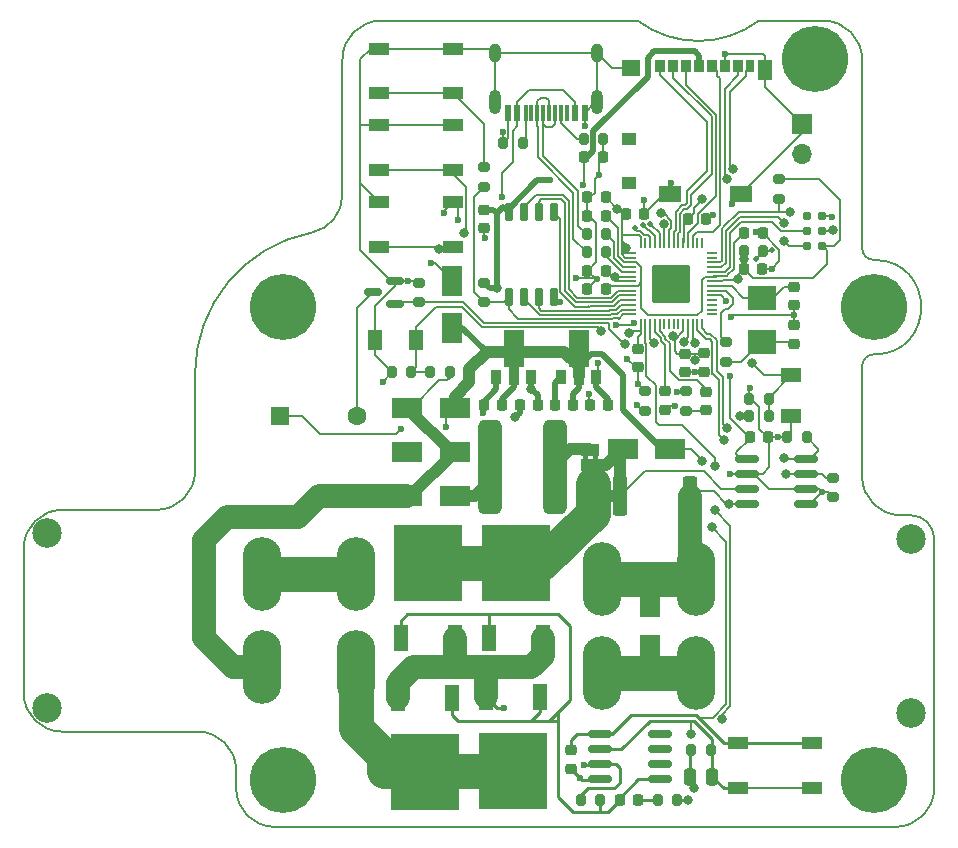
<source format=gtl>
%TF.GenerationSoftware,KiCad,Pcbnew,(6.99.0-874-g7b84e0a7d9-dirty)*%
%TF.CreationDate,2022-02-14T21:42:15-05:00*%
%TF.ProjectId,MotorcycleBatterIsolator,4d6f746f-7263-4796-936c-654261747465,rev?*%
%TF.SameCoordinates,Original*%
%TF.FileFunction,Copper,L1,Top*%
%TF.FilePolarity,Positive*%
%FSLAX46Y46*%
G04 Gerber Fmt 4.6, Leading zero omitted, Abs format (unit mm)*
G04 Created by KiCad (PCBNEW (6.99.0-874-g7b84e0a7d9-dirty)) date 2022-02-14 21:42:15*
%MOMM*%
%LPD*%
G01*
G04 APERTURE LIST*
G04 Aperture macros list*
%AMRoundRect*
0 Rectangle with rounded corners*
0 $1 Rounding radius*
0 $2 $3 $4 $5 $6 $7 $8 $9 X,Y pos of 4 corners*
0 Add a 4 corners polygon primitive as box body*
4,1,4,$2,$3,$4,$5,$6,$7,$8,$9,$2,$3,0*
0 Add four circle primitives for the rounded corners*
1,1,$1+$1,$2,$3*
1,1,$1+$1,$4,$5*
1,1,$1+$1,$6,$7*
1,1,$1+$1,$8,$9*
0 Add four rect primitives between the rounded corners*
20,1,$1+$1,$2,$3,$4,$5,0*
20,1,$1+$1,$4,$5,$6,$7,0*
20,1,$1+$1,$6,$7,$8,$9,0*
20,1,$1+$1,$8,$9,$2,$3,0*%
%AMFreePoly0*
4,1,9,3.862500,-0.866500,0.737500,-0.866500,0.737500,-0.450000,-0.737500,-0.450000,-0.737500,0.450000,0.737500,0.450000,0.737500,0.866500,3.862500,0.866500,3.862500,-0.866500,3.862500,-0.866500,$1*%
G04 Aperture macros list end*
%TA.AperFunction,Profile*%
%ADD10C,0.160000*%
%TD*%
%TA.AperFunction,SMDPad,CuDef*%
%ADD11RoundRect,0.225000X-0.225000X-0.250000X0.225000X-0.250000X0.225000X0.250000X-0.225000X0.250000X0*%
%TD*%
%TA.AperFunction,SMDPad,CuDef*%
%ADD12RoundRect,0.150000X0.825000X0.150000X-0.825000X0.150000X-0.825000X-0.150000X0.825000X-0.150000X0*%
%TD*%
%TA.AperFunction,SMDPad,CuDef*%
%ADD13RoundRect,0.200000X0.200000X0.275000X-0.200000X0.275000X-0.200000X-0.275000X0.200000X-0.275000X0*%
%TD*%
%TA.AperFunction,ComponentPad*%
%ADD14C,5.600000*%
%TD*%
%TA.AperFunction,SMDPad,CuDef*%
%ADD15RoundRect,0.225000X-0.250000X0.225000X-0.250000X-0.225000X0.250000X-0.225000X0.250000X0.225000X0*%
%TD*%
%TA.AperFunction,SMDPad,CuDef*%
%ADD16R,0.900000X1.300000*%
%TD*%
%TA.AperFunction,SMDPad,CuDef*%
%ADD17FreePoly0,90.000000*%
%TD*%
%TA.AperFunction,SMDPad,CuDef*%
%ADD18RoundRect,0.162500X-0.825000X-0.162500X0.825000X-0.162500X0.825000X0.162500X-0.825000X0.162500X0*%
%TD*%
%TA.AperFunction,SMDPad,CuDef*%
%ADD19RoundRect,0.200000X-0.200000X-0.275000X0.200000X-0.275000X0.200000X0.275000X-0.200000X0.275000X0*%
%TD*%
%TA.AperFunction,SMDPad,CuDef*%
%ADD20RoundRect,0.200000X0.275000X-0.200000X0.275000X0.200000X-0.275000X0.200000X-0.275000X-0.200000X0*%
%TD*%
%TA.AperFunction,SMDPad,CuDef*%
%ADD21R,0.600000X1.450000*%
%TD*%
%TA.AperFunction,SMDPad,CuDef*%
%ADD22R,0.300000X1.450000*%
%TD*%
%TA.AperFunction,ComponentPad*%
%ADD23O,1.000000X2.100000*%
%TD*%
%TA.AperFunction,ComponentPad*%
%ADD24O,1.000000X1.600000*%
%TD*%
%TA.AperFunction,SMDPad,CuDef*%
%ADD25R,1.500000X1.000000*%
%TD*%
%TA.AperFunction,SMDPad,CuDef*%
%ADD26R,0.850000X1.100000*%
%TD*%
%TA.AperFunction,SMDPad,CuDef*%
%ADD27R,0.750000X1.100000*%
%TD*%
%TA.AperFunction,SMDPad,CuDef*%
%ADD28R,1.200000X1.000000*%
%TD*%
%TA.AperFunction,SMDPad,CuDef*%
%ADD29R,1.550000X1.350000*%
%TD*%
%TA.AperFunction,SMDPad,CuDef*%
%ADD30R,1.900000X1.350000*%
%TD*%
%TA.AperFunction,SMDPad,CuDef*%
%ADD31R,1.170000X1.800000*%
%TD*%
%TA.AperFunction,ComponentPad*%
%ADD32O,3.270000X6.230000*%
%TD*%
%TA.AperFunction,ComponentPad*%
%ADD33C,2.500000*%
%TD*%
%TA.AperFunction,SMDPad,CuDef*%
%ADD34R,1.200000X2.200000*%
%TD*%
%TA.AperFunction,SMDPad,CuDef*%
%ADD35R,5.800000X6.400000*%
%TD*%
%TA.AperFunction,SMDPad,CuDef*%
%ADD36RoundRect,0.200000X-0.275000X0.200000X-0.275000X-0.200000X0.275000X-0.200000X0.275000X0.200000X0*%
%TD*%
%TA.AperFunction,SMDPad,CuDef*%
%ADD37RoundRect,0.225000X0.225000X0.250000X-0.225000X0.250000X-0.225000X-0.250000X0.225000X-0.250000X0*%
%TD*%
%TA.AperFunction,ComponentPad*%
%ADD38R,1.600000X1.600000*%
%TD*%
%TA.AperFunction,ComponentPad*%
%ADD39C,1.600000*%
%TD*%
%TA.AperFunction,SMDPad,CuDef*%
%ADD40RoundRect,0.250000X0.250000X0.475000X-0.250000X0.475000X-0.250000X-0.475000X0.250000X-0.475000X0*%
%TD*%
%TA.AperFunction,SMDPad,CuDef*%
%ADD41R,2.500000X1.800000*%
%TD*%
%TA.AperFunction,SMDPad,CuDef*%
%ADD42R,1.700000X1.300000*%
%TD*%
%TA.AperFunction,SMDPad,CuDef*%
%ADD43R,1.300000X1.700000*%
%TD*%
%TA.AperFunction,ComponentPad*%
%ADD44R,1.700000X1.700000*%
%TD*%
%TA.AperFunction,ComponentPad*%
%ADD45O,1.700000X1.700000*%
%TD*%
%TA.AperFunction,SMDPad,CuDef*%
%ADD46RoundRect,0.150000X0.587500X0.150000X-0.587500X0.150000X-0.587500X-0.150000X0.587500X-0.150000X0*%
%TD*%
%TA.AperFunction,SMDPad,CuDef*%
%ADD47R,1.800000X2.500000*%
%TD*%
%TA.AperFunction,SMDPad,CuDef*%
%ADD48R,2.400000X2.000000*%
%TD*%
%TA.AperFunction,SMDPad,CuDef*%
%ADD49R,1.700000X1.000000*%
%TD*%
%TA.AperFunction,SMDPad,CuDef*%
%ADD50RoundRect,0.218750X0.256250X-0.218750X0.256250X0.218750X-0.256250X0.218750X-0.256250X-0.218750X0*%
%TD*%
%TA.AperFunction,SMDPad,CuDef*%
%ADD51RoundRect,0.050000X0.050000X-0.387500X0.050000X0.387500X-0.050000X0.387500X-0.050000X-0.387500X0*%
%TD*%
%TA.AperFunction,SMDPad,CuDef*%
%ADD52RoundRect,0.050000X0.387500X-0.050000X0.387500X0.050000X-0.387500X0.050000X-0.387500X-0.050000X0*%
%TD*%
%TA.AperFunction,ComponentPad*%
%ADD53C,0.600000*%
%TD*%
%TA.AperFunction,SMDPad,CuDef*%
%ADD54RoundRect,0.144000X1.456000X-1.456000X1.456000X1.456000X-1.456000X1.456000X-1.456000X-1.456000X0*%
%TD*%
%TA.AperFunction,SMDPad,CuDef*%
%ADD55RoundRect,0.250000X-0.362500X-1.425000X0.362500X-1.425000X0.362500X1.425000X-0.362500X1.425000X0*%
%TD*%
%TA.AperFunction,SMDPad,CuDef*%
%ADD56RoundRect,0.225000X0.250000X-0.225000X0.250000X0.225000X-0.250000X0.225000X-0.250000X-0.225000X0*%
%TD*%
%TA.AperFunction,ConnectorPad*%
%ADD57C,0.787400*%
%TD*%
%TA.AperFunction,SMDPad,CuDef*%
%ADD58RoundRect,0.500000X0.500000X3.500000X-0.500000X3.500000X-0.500000X-3.500000X0.500000X-3.500000X0*%
%TD*%
%TA.AperFunction,SMDPad,CuDef*%
%ADD59RoundRect,0.218750X0.218750X0.256250X-0.218750X0.256250X-0.218750X-0.256250X0.218750X-0.256250X0*%
%TD*%
%TA.AperFunction,SMDPad,CuDef*%
%ADD60RoundRect,0.150000X0.150000X-0.650000X0.150000X0.650000X-0.150000X0.650000X-0.150000X-0.650000X0*%
%TD*%
%TA.AperFunction,ViaPad*%
%ADD61C,0.800000*%
%TD*%
%TA.AperFunction,ViaPad*%
%ADD62C,0.600000*%
%TD*%
%TA.AperFunction,ViaPad*%
%ADD63C,0.500000*%
%TD*%
%TA.AperFunction,Conductor*%
%ADD64C,0.200000*%
%TD*%
%TA.AperFunction,Conductor*%
%ADD65C,0.250000*%
%TD*%
%TA.AperFunction,Conductor*%
%ADD66C,0.500000*%
%TD*%
%TA.AperFunction,Conductor*%
%ADD67C,2.000000*%
%TD*%
%TA.AperFunction,Conductor*%
%ADD68C,1.000000*%
%TD*%
%TA.AperFunction,Conductor*%
%ADD69C,3.000000*%
%TD*%
G04 APERTURE END LIST*
D10*
X100518000Y-132657000D02*
X100518000Y-140910000D01*
X97268000Y-144160000D02*
X89268000Y-144160000D01*
X86018000Y-147410000D02*
X86018000Y-159690000D01*
X89268000Y-162940000D02*
X100750000Y-162940000D01*
X104000000Y-166190000D02*
X104000000Y-167750000D01*
X107250000Y-171000000D02*
X159850000Y-171000000D01*
X163100000Y-167750000D02*
X163100000Y-166750000D01*
X163100000Y-166750000D02*
X163100000Y-146610000D01*
X161100000Y-144610000D02*
X160250000Y-144610000D01*
X157000000Y-141360000D02*
X157000000Y-132000000D01*
X158000000Y-131000000D02*
G75*
G03*
X158000000Y-123000000I0J4000000D01*
G01*
X157000000Y-122000000D02*
X157000000Y-106000000D01*
X153750000Y-102750000D02*
X148250000Y-102750000D01*
X138000000Y-102750000D02*
X116250000Y-102750000D01*
X113000000Y-106000000D02*
X113000000Y-117500000D01*
X110373000Y-120690000D02*
G75*
G03*
X100518000Y-132657000I2337159J-11966053D01*
G01*
X158000000Y-131000000D02*
G75*
G03*
X157000000Y-132000000I365J-1000365D01*
G01*
X157000000Y-141360000D02*
G75*
G03*
X160250000Y-144610000I3250331J331D01*
G01*
X163100000Y-146610000D02*
G75*
G03*
X161100000Y-144610000I-2000729J-729D01*
G01*
X157000000Y-122000000D02*
G75*
G03*
X158000000Y-123000000I1000365J365D01*
G01*
X157000000Y-106000000D02*
G75*
G03*
X153750000Y-102750000I-3250331J-331D01*
G01*
X116250000Y-102750000D02*
G75*
G03*
X113000000Y-106000000I331J-3250331D01*
G01*
X110373000Y-120690000D02*
G75*
G03*
X113000000Y-117500000I-623095J3189807D01*
G01*
X97268000Y-144160000D02*
G75*
G03*
X100518000Y-140910000I-331J3250331D01*
G01*
X89268000Y-144160000D02*
G75*
G03*
X86018000Y-147410000I-1375J-3248625D01*
G01*
X86018000Y-159690000D02*
G75*
G03*
X89268000Y-162940000I3248625J-1375D01*
G01*
X104000000Y-166190000D02*
G75*
G03*
X100750000Y-162940000I-3250331J-331D01*
G01*
X104000000Y-167750000D02*
G75*
G03*
X107250000Y-171000000I3250331J331D01*
G01*
X159850000Y-171000000D02*
G75*
G03*
X163100000Y-167750000I-331J3250331D01*
G01*
X138000000Y-102750000D02*
G75*
G03*
X148250000Y-102750000I5125000J6835000D01*
G01*
%TO.C,JP1*%
G36*
X134600000Y-140000000D02*
G01*
X134200000Y-140000000D01*
X134200000Y-139500000D01*
X134600000Y-139500000D01*
X134600000Y-140000000D01*
G37*
G36*
X133800000Y-140000000D02*
G01*
X133400000Y-140000000D01*
X133400000Y-139500000D01*
X133800000Y-139500000D01*
X133800000Y-140000000D01*
G37*
%TD*%
D11*
%TO.P,C11,1*%
%TO.N,+1V1*%
X147025000Y-120700000D03*
%TO.P,C11,2*%
%TO.N,GND*%
X148575000Y-120700000D03*
%TD*%
D12*
%TO.P,U4,1,A1*%
%TO.N,GND*%
X152225000Y-143655000D03*
%TO.P,U4,2,A0*%
X152225000Y-142385000D03*
%TO.P,U4,3,SDA*%
%TO.N,/SDA*%
X152225000Y-141115000D03*
%TO.P,U4,4,SCL*%
%TO.N,/SCL*%
X152225000Y-139845000D03*
%TO.P,U4,5,VS*%
%TO.N,+3V3*%
X147275000Y-139845000D03*
%TO.P,U4,6,GND*%
%TO.N,GND*%
X147275000Y-141115000D03*
%TO.P,U4,7,IN-*%
%TO.N,Net-(D7-A)*%
X147275000Y-142385000D03*
%TO.P,U4,8,IN+*%
%TO.N,/Battery+*%
X147275000Y-143655000D03*
%TD*%
D13*
%TO.P,R11,1*%
%TO.N,Net-(Q2-S)*%
X141325000Y-168750000D03*
%TO.P,R11,2*%
%TO.N,Net-(D6-K)*%
X139675000Y-168750000D03*
%TD*%
D14*
%TO.P,H4,1,1*%
%TO.N,GND*%
X108000000Y-127000000D03*
%TD*%
D15*
%TO.P,C1,1*%
%TO.N,+12V*%
X132367500Y-164525000D03*
%TO.P,C1,2*%
%TO.N,GND*%
X132367500Y-166075000D03*
%TD*%
%TO.P,C22,1*%
%TO.N,+3V3*%
X138000000Y-130535000D03*
%TO.P,C22,2*%
%TO.N,GND*%
X138000000Y-132085000D03*
%TD*%
D13*
%TO.P,R18,1*%
%TO.N,Net-(U5-USB_DP)*%
X135325000Y-122350000D03*
%TO.P,R18,2*%
%TO.N,/USB_D+*%
X133675000Y-122350000D03*
%TD*%
D16*
%TO.P,U2,1,GND*%
%TO.N,GND*%
X131499999Y-132899999D03*
D17*
%TO.P,U2,2,VIN*%
%TO.N,+12V*%
X133000000Y-132812500D03*
D16*
%TO.P,U2,3,VOUT*%
%TO.N,Net-(J2-VDD)*%
X134499999Y-132899999D03*
%TD*%
D18*
%TO.P,U1,1,V+*%
%TO.N,+12V*%
X134830000Y-163145000D03*
%TO.P,U1,2,INPUT*%
%TO.N,/GATE_CTRL*%
X134830000Y-164415000D03*
%TO.P,U1,3,SOURCE*%
%TO.N,Net-(Q2-S)*%
X134830000Y-165685000D03*
%TO.P,U1,4,GND*%
%TO.N,GND*%
X134830000Y-166955000D03*
%TO.P,U1,5,GATE*%
%TO.N,Net-(D6-A)*%
X139905000Y-166955000D03*
%TO.P,U1,6*%
%TO.N,N/C*%
X139905000Y-165685000D03*
%TO.P,U1,7*%
X139905000Y-164415000D03*
%TO.P,U1,8*%
X139905000Y-163145000D03*
%TD*%
D19*
%TO.P,R29,1*%
%TO.N,/Battery+*%
X147425000Y-136250000D03*
%TO.P,R29,2*%
%TO.N,/BatteryVoltage3v3*%
X149075000Y-136250000D03*
%TD*%
D20*
%TO.P,R15,1*%
%TO.N,/RST*%
X150000000Y-117825000D03*
%TO.P,R15,2*%
%TO.N,+3V3*%
X150000000Y-116175000D03*
%TD*%
D21*
%TO.P,J5,A1,GND*%
%TO.N,GND*%
X133499999Y-110544999D03*
%TO.P,J5,A4,VBUS*%
%TO.N,Net-(D10-A)*%
X132699999Y-110544999D03*
D22*
%TO.P,J5,A5,CC1*%
%TO.N,Net-(J5-CC1)*%
X131499999Y-110544999D03*
%TO.P,J5,A6,D+*%
%TO.N,/USB_D+*%
X130499999Y-110544999D03*
%TO.P,J5,A7,D-*%
%TO.N,/USB_D-*%
X129999999Y-110544999D03*
%TO.P,J5,A8,SBU1*%
%TO.N,unconnected-(J5-SBU1)*%
X128999999Y-110544999D03*
D21*
%TO.P,J5,A9,VBUS*%
%TO.N,Net-(D10-A)*%
X127799999Y-110544999D03*
%TO.P,J5,A12,GND*%
%TO.N,GND*%
X126999999Y-110544999D03*
%TO.P,J5,B1,GND*%
X126999999Y-110544999D03*
%TO.P,J5,B4,VBUS*%
%TO.N,Net-(D10-A)*%
X127799999Y-110544999D03*
D22*
%TO.P,J5,B5,CC2*%
%TO.N,Net-(J5-CC2)*%
X128499999Y-110544999D03*
%TO.P,J5,B6,D+*%
%TO.N,/USB_D+*%
X129499999Y-110544999D03*
%TO.P,J5,B7,D-*%
%TO.N,/USB_D-*%
X130999999Y-110544999D03*
%TO.P,J5,B8,SBU2*%
%TO.N,unconnected-(J5-SBU2)*%
X131999999Y-110544999D03*
D21*
%TO.P,J5,B9,VBUS*%
%TO.N,Net-(D10-A)*%
X132699999Y-110544999D03*
%TO.P,J5,B12,GND*%
%TO.N,GND*%
X133499999Y-110544999D03*
D23*
%TO.P,J5,S1,SHIELD*%
X134569999Y-109629999D03*
D24*
X134569999Y-105449999D03*
D23*
X125929999Y-109629999D03*
D24*
X125929999Y-105449999D03*
%TD*%
D11*
%TO.P,C14,1*%
%TO.N,+3V3*%
X136975000Y-119150000D03*
%TO.P,C14,2*%
%TO.N,GND*%
X138525000Y-119150000D03*
%TD*%
D20*
%TO.P,R17,1*%
%TO.N,Net-(C7-Pad1)*%
X145500000Y-131635000D03*
%TO.P,R17,2*%
%TO.N,Net-(U5-XIN)*%
X145500000Y-129985000D03*
%TD*%
D16*
%TO.P,U6,1,GND*%
%TO.N,GND*%
X125999999Y-132899999D03*
D17*
%TO.P,U6,2,VIN*%
%TO.N,+12V*%
X127500000Y-132812500D03*
D16*
%TO.P,U6,3,VOUT*%
%TO.N,+3V3*%
X128999999Y-132899999D03*
%TD*%
D15*
%TO.P,C6,1*%
%TO.N,+3V3*%
X125000000Y-118785000D03*
%TO.P,C6,2*%
%TO.N,GND*%
X125000000Y-120335000D03*
%TD*%
D25*
%TO.P,JP1,1,A*%
%TO.N,Net-(JP1-A)*%
X133999999Y-139099999D03*
%TO.P,JP1,2,B*%
%TO.N,Net-(D7-A)*%
X133999999Y-140399999D03*
%TD*%
D26*
%TO.P,J2,1,DAT2*%
%TO.N,/DAT2*%
X139894999Y-106609999D03*
%TO.P,J2,2,DAT3/CD*%
%TO.N,/DAT3*%
X140994999Y-106609999D03*
%TO.P,J2,3,CMD*%
%TO.N,/SD_CMD*%
X142094999Y-106609999D03*
%TO.P,J2,4,VDD*%
%TO.N,Net-(J2-VDD)*%
X143194999Y-106609999D03*
%TO.P,J2,5,CLK*%
%TO.N,/SD_CLK*%
X144294999Y-106609999D03*
%TO.P,J2,6,VSS*%
%TO.N,GND*%
X145394999Y-106609999D03*
%TO.P,J2,7,DAT0*%
%TO.N,/DAT0*%
X146494999Y-106609999D03*
D27*
%TO.P,J2,8,DAT1*%
%TO.N,/DAT1*%
X147544999Y-106609999D03*
D28*
%TO.P,J2,9,DET_B*%
%TO.N,unconnected-(J2-DET_B)*%
X137259999Y-112759999D03*
%TO.P,J2,10,DET_A*%
%TO.N,unconnected-(J2-DET_A)*%
X137259999Y-116459999D03*
D29*
%TO.P,J2,11,SHIELD*%
%TO.N,GND*%
X137434999Y-106734999D03*
D30*
X140759999Y-117434999D03*
X146729999Y-117434999D03*
D31*
X148754999Y-106959999D03*
%TD*%
D32*
%TO.P,J1,1,Pin_1*%
%TO.N,/Motorcycle+*%
X114117499Y-157499999D03*
%TO.P,J1,2,Pin_2*%
X106197499Y-157499999D03*
%TO.P,J1,3,Pin_3*%
%TO.N,GND*%
X114117499Y-149599999D03*
%TO.P,J1,4,Pin_4*%
X106197499Y-149599999D03*
D33*
%TO.P,J1,5*%
%TO.N,N/C*%
X88017500Y-160940000D03*
X88017500Y-146160000D03*
%TD*%
D15*
%TO.P,C10,1*%
%TO.N,Net-(U5-XOUT)*%
X151250000Y-125285000D03*
%TO.P,C10,2*%
%TO.N,GND*%
X151250000Y-126835000D03*
%TD*%
D14*
%TO.P,H2,1,1*%
%TO.N,GND*%
X153000000Y-106000000D03*
%TD*%
D34*
%TO.P,Q6,1,G*%
%TO.N,Net-(D6-A)*%
X117944999Y-154974999D03*
D35*
%TO.P,Q6,2,D*%
%TO.N,Net-(D7-A)*%
X120224999Y-148674999D03*
D34*
%TO.P,Q6,3,S*%
%TO.N,Net-(Q2-S)*%
X122504999Y-154974999D03*
%TD*%
D36*
%TO.P,R10,1*%
%TO.N,GND*%
X119500000Y-124925000D03*
%TO.P,R10,2*%
%TO.N,/BUZZER_CTRL*%
X119500000Y-126575000D03*
%TD*%
D37*
%TO.P,C3,1*%
%TO.N,+12V*%
X132525000Y-135250000D03*
%TO.P,C3,2*%
%TO.N,GND*%
X130975000Y-135250000D03*
%TD*%
D38*
%TO.P,BZ1,1,-*%
%TO.N,+12V*%
X107749999Y-136249999D03*
D39*
%TO.P,BZ1,2,+*%
%TO.N,Net-(BZ1-+)*%
X114250000Y-136250000D03*
%TD*%
D40*
%TO.P,C2,1*%
%TO.N,/GATE_CTRL*%
X144317500Y-166750000D03*
%TO.P,C2,2*%
%TO.N,GND*%
X142417500Y-166750000D03*
%TD*%
D41*
%TO.P,D1,1,K*%
%TO.N,/Motorcycle+*%
X122499999Y-139249999D03*
%TO.P,D1,2,A*%
%TO.N,GND*%
X118499999Y-139249999D03*
%TD*%
D42*
%TO.P,D13,1,K*%
%TO.N,/BatteryVoltage3v3*%
X150999999Y-132749999D03*
%TO.P,D13,2,A*%
%TO.N,GND*%
X150999999Y-136249999D03*
%TD*%
D20*
%TO.P,R22,1*%
%TO.N,Net-(D9-K)*%
X142050000Y-135775000D03*
%TO.P,R22,2*%
%TO.N,GND*%
X142050000Y-134125000D03*
%TD*%
D14*
%TO.P,H3,1,1*%
%TO.N,GND*%
X158000000Y-167000000D03*
%TD*%
D19*
%TO.P,R23,1*%
%TO.N,GND*%
X150675000Y-138000000D03*
%TO.P,R23,2*%
%TO.N,/SCL*%
X152325000Y-138000000D03*
%TD*%
D43*
%TO.P,D12,1,K*%
%TO.N,/MotorcycleVoltage3v3*%
X119249999Y-129749999D03*
%TO.P,D12,2,A*%
%TO.N,GND*%
X115749999Y-129749999D03*
%TD*%
D15*
%TO.P,C21,1*%
%TO.N,+3V3*%
X143600000Y-130900000D03*
%TO.P,C21,2*%
%TO.N,GND*%
X143600000Y-132450000D03*
%TD*%
D37*
%TO.P,C12,1*%
%TO.N,+1V1*%
X135275000Y-119250000D03*
%TO.P,C12,2*%
%TO.N,GND*%
X133725000Y-119250000D03*
%TD*%
%TO.P,C15,1*%
%TO.N,+3V3*%
X135275000Y-117700000D03*
%TO.P,C15,2*%
%TO.N,GND*%
X133725000Y-117700000D03*
%TD*%
%TO.P,C16,1*%
%TO.N,+12V*%
X126500000Y-135250000D03*
%TO.P,C16,2*%
%TO.N,GND*%
X124950000Y-135250000D03*
%TD*%
D11*
%TO.P,C13,1*%
%TO.N,+3V3*%
X142250000Y-119560000D03*
%TO.P,C13,2*%
%TO.N,GND*%
X143800000Y-119560000D03*
%TD*%
D14*
%TO.P,H5,1,1*%
%TO.N,GND*%
X158000000Y-127000000D03*
%TD*%
D44*
%TO.P,TH1,1*%
%TO.N,GND*%
X151874999Y-111474999D03*
D45*
%TO.P,TH1,2*%
%TO.N,/Thermistor*%
X151874999Y-114014999D03*
%TD*%
D46*
%TO.P,Q7,1,G*%
%TO.N,/BUZZER_CTRL*%
X117437500Y-126700000D03*
%TO.P,Q7,2,S*%
%TO.N,GND*%
X117437500Y-124800000D03*
%TO.P,Q7,3,D*%
%TO.N,Net-(BZ1-+)*%
X115562500Y-125750000D03*
%TD*%
D47*
%TO.P,D8,1,K*%
%TO.N,/Battery+*%
X138999999Y-151999999D03*
%TO.P,D8,2,A*%
%TO.N,GND*%
X138999999Y-155999999D03*
%TD*%
D11*
%TO.P,C5,1*%
%TO.N,Net-(J2-VDD)*%
X133475000Y-114250000D03*
%TO.P,C5,2*%
%TO.N,GND*%
X135025000Y-114250000D03*
%TD*%
D32*
%TO.P,J4,1,Pin_1*%
%TO.N,/Battery+*%
X134999999Y-150049999D03*
%TO.P,J4,2,Pin_2*%
X142919999Y-150049999D03*
%TO.P,J4,3,Pin_3*%
%TO.N,GND*%
X134999999Y-157949999D03*
%TO.P,J4,4,Pin_4*%
X142919999Y-157949999D03*
D33*
%TO.P,J4,5*%
%TO.N,N/C*%
X161100000Y-146610000D03*
X161100000Y-161390000D03*
%TD*%
D36*
%TO.P,R13,1*%
%TO.N,/~{USB_BOOT}*%
X125000000Y-115175000D03*
%TO.P,R13,2*%
%TO.N,Net-(U3-~{CS})*%
X125000000Y-116825000D03*
%TD*%
D48*
%TO.P,Y1,1,1*%
%TO.N,Net-(C7-Pad1)*%
X148499999Y-129909999D03*
%TO.P,Y1,2,2*%
%TO.N,Net-(U5-XOUT)*%
X148499999Y-126209999D03*
%TD*%
D34*
%TO.P,Q3,1,G*%
%TO.N,Net-(D6-A)*%
X122279999Y-160049999D03*
D35*
%TO.P,Q3,2,D*%
%TO.N,/Motorcycle+*%
X119999999Y-166349999D03*
D34*
%TO.P,Q3,3,S*%
%TO.N,Net-(Q2-S)*%
X117719999Y-160049999D03*
%TD*%
D49*
%TO.P,SW4,1,1*%
%TO.N,Net-(U5-GPIO8)*%
X122399999Y-115399999D03*
X116099999Y-115399999D03*
%TO.P,SW4,2,2*%
%TO.N,GND*%
X122399999Y-111599999D03*
X116099999Y-111599999D03*
%TD*%
%TO.P,SW3,1,1*%
%TO.N,Net-(U5-GPIO9)*%
X122399999Y-121899999D03*
X116099999Y-121899999D03*
%TO.P,SW3,2,2*%
%TO.N,GND*%
X122399999Y-118099999D03*
X116099999Y-118099999D03*
%TD*%
D19*
%TO.P,R12,1*%
%TO.N,Net-(Q2-S)*%
X133175000Y-168750000D03*
%TO.P,R12,2*%
%TO.N,Net-(D6-A)*%
X134825000Y-168750000D03*
%TD*%
D47*
%TO.P,D10,1,K*%
%TO.N,+12V*%
X122249999Y-128749999D03*
%TO.P,D10,2,A*%
%TO.N,Net-(D10-A)*%
X122249999Y-124749999D03*
%TD*%
D50*
%TO.P,D9,1,K*%
%TO.N,Net-(D9-K)*%
X143800000Y-135737500D03*
%TO.P,D9,2,A*%
%TO.N,Net-(D9-A)*%
X143800000Y-134162500D03*
%TD*%
D37*
%TO.P,C4,1*%
%TO.N,Net-(J2-VDD)*%
X135525000Y-135250000D03*
%TO.P,C4,2*%
%TO.N,GND*%
X133975000Y-135250000D03*
%TD*%
D41*
%TO.P,D3,1,K*%
%TO.N,Net-(D3-K)*%
X122499999Y-142999999D03*
%TO.P,D3,2,A*%
%TO.N,/Motorcycle+*%
X118499999Y-142999999D03*
%TD*%
D19*
%TO.P,R27,1*%
%TO.N,GND*%
X117175000Y-132500000D03*
%TO.P,R27,2*%
%TO.N,/MotorcycleVoltage3v3*%
X118825000Y-132500000D03*
%TD*%
%TO.P,R20,1*%
%TO.N,GND*%
X126600000Y-113060000D03*
%TO.P,R20,2*%
%TO.N,Net-(J5-CC2)*%
X128250000Y-113060000D03*
%TD*%
D14*
%TO.P,H1,1,1*%
%TO.N,GND*%
X108000000Y-167000000D03*
%TD*%
D11*
%TO.P,C8,1*%
%TO.N,+3V3*%
X147475000Y-138000000D03*
%TO.P,C8,2*%
%TO.N,GND*%
X149025000Y-138000000D03*
%TD*%
D51*
%TO.P,U5,1,IOVDD*%
%TO.N,+3V3*%
X138250000Y-128447500D03*
%TO.P,U5,2,GPIO0*%
%TO.N,/GATE_CTRL*%
X138650000Y-128447500D03*
%TO.P,U5,3,GPIO1*%
%TO.N,/BUZZER_CTRL*%
X139050000Y-128447500D03*
%TO.P,U5,4,GPIO2*%
%TO.N,Net-(D11-A)*%
X139450000Y-128447500D03*
%TO.P,U5,5,GPIO3*%
%TO.N,Net-(D9-A)*%
X139850000Y-128447500D03*
%TO.P,U5,6,GPIO4*%
%TO.N,unconnected-(U5-GPIO4)*%
X140250000Y-128447500D03*
%TO.P,U5,7,GPIO5*%
%TO.N,unconnected-(U5-GPIO5)*%
X140650000Y-128447500D03*
%TO.P,U5,8,GPIO6*%
%TO.N,unconnected-(U5-GPIO6)*%
X141050000Y-128447500D03*
%TO.P,U5,9,GPIO7*%
%TO.N,unconnected-(U5-GPIO7)*%
X141450000Y-128447500D03*
%TO.P,U5,10,IOVDD*%
%TO.N,+3V3*%
X141850000Y-128447500D03*
%TO.P,U5,11,GPIO8*%
%TO.N,Net-(U5-GPIO8)*%
X142250000Y-128447500D03*
%TO.P,U5,12,GPIO9*%
%TO.N,Net-(U5-GPIO9)*%
X142650000Y-128447500D03*
%TO.P,U5,13,GPIO10*%
%TO.N,/SDA*%
X143050000Y-128447500D03*
%TO.P,U5,14,GPIO11*%
%TO.N,/SCL*%
X143450000Y-128447500D03*
D52*
%TO.P,U5,15,GPIO12*%
%TO.N,unconnected-(U5-GPIO12)*%
X144287500Y-127610000D03*
%TO.P,U5,16,GPIO13*%
%TO.N,unconnected-(U5-GPIO13)*%
X144287500Y-127210000D03*
%TO.P,U5,17,GPIO14*%
%TO.N,unconnected-(U5-GPIO14)*%
X144287500Y-126810000D03*
%TO.P,U5,18,GPIO15*%
%TO.N,unconnected-(U5-GPIO15)*%
X144287500Y-126410000D03*
%TO.P,U5,19,TESTEN*%
%TO.N,GND*%
X144287500Y-126010000D03*
%TO.P,U5,20,XIN*%
%TO.N,Net-(U5-XIN)*%
X144287500Y-125610000D03*
%TO.P,U5,21,XOUT*%
%TO.N,Net-(U5-XOUT)*%
X144287500Y-125210000D03*
%TO.P,U5,22,IOVDD*%
%TO.N,+3V3*%
X144287500Y-124810000D03*
%TO.P,U5,23,DVDD*%
%TO.N,+1V1*%
X144287500Y-124410000D03*
%TO.P,U5,24,SWCLK*%
%TO.N,Net-(J3-Pin_4)*%
X144287500Y-124010000D03*
%TO.P,U5,25,SWD*%
%TO.N,Net-(J3-Pin_2)*%
X144287500Y-123610000D03*
%TO.P,U5,26,RUN*%
%TO.N,/RST*%
X144287500Y-123210000D03*
%TO.P,U5,27,GPIO16*%
%TO.N,unconnected-(U5-GPIO16)*%
X144287500Y-122810000D03*
%TO.P,U5,28,GPIO17*%
%TO.N,unconnected-(U5-GPIO17)*%
X144287500Y-122410000D03*
D51*
%TO.P,U5,29,GPIO18*%
%TO.N,unconnected-(U5-GPIO18)*%
X143450000Y-121572500D03*
%TO.P,U5,30,GPIO19*%
%TO.N,unconnected-(U5-GPIO19)*%
X143050000Y-121572500D03*
%TO.P,U5,31,GPIO20*%
%TO.N,/SD_CLK*%
X142650000Y-121572500D03*
%TO.P,U5,32,GPIO21*%
%TO.N,/SD_CMD*%
X142250000Y-121572500D03*
%TO.P,U5,33,IOVDD*%
%TO.N,+3V3*%
X141850000Y-121572500D03*
%TO.P,U5,34,GPIO22*%
%TO.N,/DAT3*%
X141450000Y-121572500D03*
%TO.P,U5,35,GPIO23*%
%TO.N,/DAT2*%
X141050000Y-121572500D03*
%TO.P,U5,36,GPIO24*%
%TO.N,/DAT1*%
X140650000Y-121572500D03*
%TO.P,U5,37,GPIO25*%
%TO.N,/DAT0*%
X140250000Y-121572500D03*
%TO.P,U5,38,GPIO26_ADC0*%
%TO.N,/Thermistor*%
X139850000Y-121572500D03*
%TO.P,U5,39,GPIO27_ADC1*%
%TO.N,/MotorcycleVoltage3v3*%
X139450000Y-121572500D03*
%TO.P,U5,40,GPIO28_ADC2*%
%TO.N,/BatteryVoltage3v3*%
X139050000Y-121572500D03*
%TO.P,U5,41,GPIO29_ADC3*%
%TO.N,unconnected-(U5-GPIO29_ADC3)*%
X138650000Y-121572500D03*
%TO.P,U5,42,IOVDD*%
%TO.N,+3V3*%
X138250000Y-121572500D03*
D52*
%TO.P,U5,43,ADC_AVDD*%
X137412500Y-122410000D03*
%TO.P,U5,44,VREG_IN*%
X137412500Y-122810000D03*
%TO.P,U5,45,VREG_VOUT*%
%TO.N,+1V1*%
X137412500Y-123210000D03*
%TO.P,U5,46,USB_DM*%
%TO.N,Net-(U5-USB_DM)*%
X137412500Y-123610000D03*
%TO.P,U5,47,USB_DP*%
%TO.N,Net-(U5-USB_DP)*%
X137412500Y-124010000D03*
%TO.P,U5,48,USB_VDD*%
%TO.N,+3V3*%
X137412500Y-124410000D03*
%TO.P,U5,49,IOVDD*%
X137412500Y-124810000D03*
%TO.P,U5,50,DVDD*%
%TO.N,+1V1*%
X137412500Y-125210000D03*
%TO.P,U5,51,QSPI_SD3*%
%TO.N,Net-(U3-IO3)*%
X137412500Y-125610000D03*
%TO.P,U5,52,QSPI_SCLK*%
%TO.N,Net-(U3-CLK)*%
X137412500Y-126010000D03*
%TO.P,U5,53,QSPI_SD0*%
%TO.N,Net-(U3-DI(IO0))*%
X137412500Y-126410000D03*
%TO.P,U5,54,QSPI_SD2*%
%TO.N,Net-(U3-IO2)*%
X137412500Y-126810000D03*
%TO.P,U5,55,QSPI_SD1*%
%TO.N,Net-(U3-DO(IO1))*%
X137412500Y-127210000D03*
%TO.P,U5,56,QSPI_SS*%
%TO.N,Net-(U3-~{CS})*%
X137412500Y-127610000D03*
D53*
%TO.P,U5,57,GND*%
%TO.N,GND*%
X139575000Y-126285000D03*
X140850000Y-126285000D03*
X142125000Y-126285000D03*
X139575000Y-125010000D03*
X140850000Y-125010000D03*
D54*
X140850000Y-125010000D03*
D53*
X142125000Y-125010000D03*
X139575000Y-123735000D03*
X140850000Y-123735000D03*
X142125000Y-123735000D03*
%TD*%
D34*
%TO.P,Q2,1,G*%
%TO.N,Net-(D6-A)*%
X129754999Y-159974999D03*
D35*
%TO.P,Q2,2,D*%
%TO.N,/Motorcycle+*%
X127474999Y-166274999D03*
D34*
%TO.P,Q2,3,S*%
%TO.N,Net-(Q2-S)*%
X125194999Y-159974999D03*
%TD*%
D49*
%TO.P,SW1,1,1*%
%TO.N,+12V*%
X146467499Y-163899999D03*
X152767499Y-163899999D03*
%TO.P,SW1,2,2*%
%TO.N,/GATE_CTRL*%
X146467499Y-167699999D03*
X152767499Y-167699999D03*
%TD*%
D15*
%TO.P,C20,1*%
%TO.N,+3V3*%
X142000000Y-130925000D03*
%TO.P,C20,2*%
%TO.N,GND*%
X142000000Y-132475000D03*
%TD*%
D34*
%TO.P,Q5,1,G*%
%TO.N,Net-(D6-A)*%
X125444999Y-154974999D03*
D35*
%TO.P,Q5,2,D*%
%TO.N,Net-(D7-A)*%
X127724999Y-148674999D03*
D34*
%TO.P,Q5,3,S*%
%TO.N,Net-(Q2-S)*%
X130004999Y-154974999D03*
%TD*%
D37*
%TO.P,C19,1*%
%TO.N,+3V3*%
X129550000Y-135250000D03*
%TO.P,C19,2*%
%TO.N,GND*%
X128000000Y-135250000D03*
%TD*%
D13*
%TO.P,R1,1*%
%TO.N,/GATE_CTRL*%
X144192500Y-164500000D03*
%TO.P,R1,2*%
%TO.N,GND*%
X142542500Y-164500000D03*
%TD*%
D55*
%TO.P,R14,1*%
%TO.N,Net-(D7-A)*%
X136537500Y-143000000D03*
%TO.P,R14,2*%
%TO.N,/Battery+*%
X142462500Y-143000000D03*
%TD*%
D50*
%TO.P,D11,1,K*%
%TO.N,Net-(D11-K)*%
X140350000Y-135712500D03*
%TO.P,D11,2,A*%
%TO.N,Net-(D11-A)*%
X140350000Y-134137500D03*
%TD*%
D13*
%TO.P,R21,1*%
%TO.N,GND*%
X135075000Y-112750000D03*
%TO.P,R21,2*%
%TO.N,Net-(J5-CC1)*%
X133425000Y-112750000D03*
%TD*%
%TO.P,R26,1*%
%TO.N,/Motorcycle+*%
X122075000Y-132500000D03*
%TO.P,R26,2*%
%TO.N,/MotorcycleVoltage3v3*%
X120425000Y-132500000D03*
%TD*%
D37*
%TO.P,C17,1*%
%TO.N,+3V3*%
X135275000Y-123900000D03*
%TO.P,C17,2*%
%TO.N,GND*%
X133725000Y-123900000D03*
%TD*%
D41*
%TO.P,D7,1,K*%
%TO.N,+12V*%
X140749999Y-138999999D03*
%TO.P,D7,2,A*%
%TO.N,Net-(D7-A)*%
X136749999Y-138999999D03*
%TD*%
D37*
%TO.P,C9,1*%
%TO.N,+1V1*%
X135275000Y-125450000D03*
%TO.P,C9,2*%
%TO.N,GND*%
X133725000Y-125450000D03*
%TD*%
D11*
%TO.P,C18,1*%
%TO.N,+3V3*%
X147000000Y-123810000D03*
%TO.P,C18,2*%
%TO.N,GND*%
X148550000Y-123810000D03*
%TD*%
D13*
%TO.P,R28,1*%
%TO.N,/Thermistor*%
X148625000Y-122250000D03*
%TO.P,R28,2*%
%TO.N,+3V3*%
X146975000Y-122250000D03*
%TD*%
D41*
%TO.P,D2,1,K*%
%TO.N,+12V*%
X122499999Y-135499999D03*
%TO.P,D2,2,A*%
%TO.N,/Motorcycle+*%
X118499999Y-135499999D03*
%TD*%
D56*
%TO.P,C7,1*%
%TO.N,Net-(C7-Pad1)*%
X151250000Y-130085000D03*
%TO.P,C7,2*%
%TO.N,GND*%
X151250000Y-128535000D03*
%TD*%
D20*
%TO.P,R25,1*%
%TO.N,GND*%
X154500000Y-143075000D03*
%TO.P,R25,2*%
%TO.N,/SDA*%
X154500000Y-141425000D03*
%TD*%
%TO.P,R24,1*%
%TO.N,Net-(D11-K)*%
X138600000Y-135750000D03*
%TO.P,R24,2*%
%TO.N,GND*%
X138600000Y-134100000D03*
%TD*%
D57*
%TO.P,J3,1,Pin_1*%
%TO.N,+3V3*%
X153635000Y-121830000D03*
%TO.P,J3,2,Pin_2*%
%TO.N,Net-(J3-Pin_2)*%
X152365000Y-121830000D03*
%TO.P,J3,3,Pin_3*%
%TO.N,/RST*%
X153635000Y-120560000D03*
%TO.P,J3,4,Pin_4*%
%TO.N,Net-(J3-Pin_4)*%
X152365000Y-120560000D03*
%TO.P,J3,5,Pin_5*%
%TO.N,GND*%
X153635000Y-119290000D03*
%TO.P,J3,6,Pin_6*%
%TO.N,unconnected-(J3-Pin_6)*%
X152365000Y-119290000D03*
%TD*%
D13*
%TO.P,R19,1*%
%TO.N,Net-(U5-USB_DM)*%
X135325000Y-120800000D03*
%TO.P,R19,2*%
%TO.N,/USB_D-*%
X133675000Y-120800000D03*
%TD*%
D49*
%TO.P,SW2,1,1*%
%TO.N,/~{USB_BOOT}*%
X122399999Y-108899999D03*
X116099999Y-108899999D03*
%TO.P,SW2,2,2*%
%TO.N,GND*%
X122399999Y-105099999D03*
X116099999Y-105099999D03*
%TD*%
D58*
%TO.P,R4,1*%
%TO.N,Net-(JP1-A)*%
X131000000Y-140500000D03*
%TO.P,R4,2*%
%TO.N,Net-(D3-K)*%
X125500000Y-140500000D03*
%TD*%
D19*
%TO.P,R30,1*%
%TO.N,GND*%
X147425000Y-134750000D03*
%TO.P,R30,2*%
%TO.N,/BatteryVoltage3v3*%
X149075000Y-134750000D03*
%TD*%
D59*
%TO.P,D6,1,K*%
%TO.N,Net-(D6-K)*%
X138037500Y-168750000D03*
%TO.P,D6,2,A*%
%TO.N,Net-(D6-A)*%
X136462500Y-168750000D03*
%TD*%
D36*
%TO.P,R16,1*%
%TO.N,+3V3*%
X125000000Y-124925000D03*
%TO.P,R16,2*%
%TO.N,Net-(U3-~{CS})*%
X125000000Y-126575000D03*
%TD*%
D60*
%TO.P,U3,1,~{CS}*%
%TO.N,Net-(U3-~{CS})*%
X127095000Y-126160000D03*
%TO.P,U3,2,DO(IO1)*%
%TO.N,Net-(U3-DO(IO1))*%
X128365000Y-126160000D03*
%TO.P,U3,3,IO2*%
%TO.N,Net-(U3-IO2)*%
X129635000Y-126160000D03*
%TO.P,U3,4,GND*%
%TO.N,GND*%
X130905000Y-126160000D03*
%TO.P,U3,5,DI(IO0)*%
%TO.N,Net-(U3-DI(IO0))*%
X130905000Y-118960000D03*
%TO.P,U3,6,CLK*%
%TO.N,Net-(U3-CLK)*%
X129635000Y-118960000D03*
%TO.P,U3,7,IO3*%
%TO.N,Net-(U3-IO3)*%
X128365000Y-118960000D03*
%TO.P,U3,8,VCC*%
%TO.N,+3V3*%
X127095000Y-118960000D03*
%TD*%
D61*
%TO.N,/GATE_CTRL*%
X145109266Y-161909266D03*
X144550000Y-140450000D03*
X144550000Y-144200000D03*
X142550000Y-163100000D03*
D62*
%TO.N,Net-(J2-VDD)*%
X134600000Y-131750000D03*
X133400000Y-116650000D03*
%TO.N,GND*%
X134700000Y-115850000D03*
X118550000Y-124800000D03*
X145950000Y-118250000D03*
X147500000Y-133850000D03*
X153600000Y-142650000D03*
D61*
X127650000Y-136300000D03*
D62*
X131450000Y-126600000D03*
X142850000Y-132500000D03*
X145900000Y-127850000D03*
X144350000Y-119200000D03*
X133850000Y-134350000D03*
X145500000Y-126450000D03*
X134550000Y-124650000D03*
X133500000Y-111650000D03*
X138000000Y-133500000D03*
X133150000Y-166900000D03*
X130975000Y-134125000D03*
X149850000Y-138000000D03*
X136150000Y-128550000D03*
X145400000Y-105600000D03*
X140850000Y-116450000D03*
X124900000Y-136000000D03*
X126600000Y-112200000D03*
X154450000Y-119350000D03*
X125100000Y-121150000D03*
X122750000Y-119650000D03*
X121600000Y-119050000D03*
X132800000Y-124550000D03*
X145850000Y-141100000D03*
X116400000Y-133300000D03*
D61*
X142750000Y-167750000D03*
D62*
X118500000Y-139250000D03*
X141300000Y-134150000D03*
X148050000Y-120650000D03*
X138550000Y-117950000D03*
X137100000Y-131350000D03*
X137650000Y-128300000D03*
X151250000Y-127650000D03*
X149350000Y-123750000D03*
D61*
%TO.N,+3V3*%
X142850000Y-131450000D03*
X146500000Y-124600000D03*
X129000000Y-133900000D03*
X143450000Y-117800000D03*
X146975000Y-122925000D03*
D62*
X145800000Y-132800000D03*
X130600000Y-116250000D03*
D61*
X137297299Y-129199500D03*
X141000000Y-129450000D03*
X136973533Y-121962732D03*
X126050000Y-125400000D03*
X136262500Y-118687500D03*
X136060000Y-124410000D03*
D62*
%TO.N,+12V*%
X117950000Y-137300000D03*
X121800000Y-137150000D03*
D61*
X144300000Y-145650000D03*
X143400000Y-140050000D03*
D62*
%TO.N,Net-(D10-A)*%
X120500000Y-123300000D03*
X126550000Y-117700000D03*
%TO.N,Net-(D11-K)*%
X141149554Y-135399875D03*
X137950000Y-135300000D03*
D63*
%TO.N,/MotorcycleVoltage3v3*%
X138405974Y-120030183D03*
D61*
X134930438Y-129020940D03*
D63*
%TO.N,/BatteryVoltage3v3*%
X137750000Y-120300000D03*
D61*
X147650000Y-131750000D03*
%TO.N,/DAT0*%
X145599500Y-116150000D03*
X140200427Y-119970923D03*
%TO.N,/DAT1*%
X139976228Y-119047164D03*
X146084102Y-115333473D03*
%TO.N,Net-(J3-Pin_2)*%
X150400000Y-121400000D03*
X150400000Y-119850000D03*
%TO.N,/RST*%
X150900000Y-118950000D03*
X154500500Y-120483020D03*
%TO.N,/Battery+*%
X146650000Y-136200000D03*
X145705000Y-143655000D03*
%TO.N,/BUZZER_CTRL*%
X136954100Y-130084807D03*
X139381090Y-130057653D03*
%TO.N,/SCL*%
X145600000Y-137250000D03*
X150350000Y-139800000D03*
%TO.N,/SDA*%
X150550000Y-141100000D03*
X145300000Y-138250000D03*
%TO.N,Net-(U5-GPIO9)*%
X121149500Y-122050000D03*
X142853736Y-130000359D03*
%TO.N,Net-(U5-GPIO8)*%
X141908545Y-129909987D03*
X123300000Y-120700000D03*
D62*
%TO.N,Net-(Q2-S)*%
X133431885Y-165721244D03*
X126700000Y-160900000D03*
D61*
X142250000Y-168750000D03*
D63*
%TO.N,/Thermistor*%
X149359300Y-122190700D03*
X148000000Y-122900000D03*
X139051426Y-119957761D03*
%TD*%
D64*
%TO.N,Net-(BZ1-+)*%
X115562500Y-125750000D02*
X114250000Y-127062500D01*
X114250000Y-127062500D02*
X114250000Y-136250000D01*
%TO.N,/GATE_CTRL*%
X141750000Y-136950000D02*
X144550000Y-139750000D01*
D65*
X142450000Y-162000000D02*
X142750000Y-162000000D01*
D64*
X138731589Y-132812695D02*
X139510947Y-133592053D01*
X142550000Y-162100000D02*
X142450000Y-162000000D01*
D65*
X134830000Y-164415000D02*
X136585000Y-164415000D01*
D64*
X144550000Y-139750000D02*
X144550000Y-140450000D01*
X138650000Y-128447500D02*
X138650000Y-130038928D01*
D65*
X144317500Y-163567500D02*
X144317500Y-166750000D01*
D64*
X138650000Y-130038928D02*
X138731589Y-130120517D01*
X138731589Y-130120517D02*
X138731589Y-132812695D01*
X145849511Y-160794773D02*
X145109266Y-161535018D01*
D65*
X142750000Y-162000000D02*
X144317500Y-163567500D01*
D64*
X144550000Y-144200000D02*
X145849511Y-145499511D01*
X139510947Y-133592053D02*
X139510947Y-136700979D01*
D65*
X146467500Y-167700000D02*
X145267500Y-167700000D01*
D64*
X152767500Y-167700000D02*
X146467500Y-167700000D01*
X145849511Y-145499511D02*
X145849511Y-160794773D01*
D65*
X145267500Y-167700000D02*
X144317500Y-166750000D01*
X139000000Y-162000000D02*
X142450000Y-162000000D01*
D64*
X145109266Y-161535018D02*
X145109266Y-161909266D01*
X142550000Y-163100000D02*
X142550000Y-162100000D01*
X139759968Y-136950000D02*
X141750000Y-136950000D01*
D65*
X136585000Y-164415000D02*
X139000000Y-162000000D01*
D64*
X139510947Y-136700979D02*
X139759968Y-136950000D01*
D66*
%TO.N,Net-(J2-VDD)*%
X142850000Y-105350000D02*
X143200000Y-105700000D01*
X143200000Y-106605000D02*
X143195000Y-106610000D01*
X135525000Y-134775000D02*
X134500000Y-133750000D01*
D64*
X133475000Y-116575000D02*
X133400000Y-116650000D01*
D66*
X134224520Y-112125480D02*
X138850000Y-107500000D01*
X133475000Y-114250000D02*
X133700000Y-114250000D01*
X134500000Y-133750000D02*
X134500000Y-132900000D01*
X143200000Y-105700000D02*
X143200000Y-106605000D01*
X135525000Y-135250000D02*
X135525000Y-134775000D01*
D64*
X134600000Y-131750000D02*
X134600000Y-132800000D01*
D66*
X134224520Y-113273329D02*
X134224520Y-112125480D01*
D64*
X133475000Y-114250000D02*
X133475000Y-116575000D01*
D66*
X133700000Y-114250000D02*
X134200000Y-113750000D01*
D64*
X134600000Y-132800000D02*
X134500000Y-132900000D01*
D66*
X139380978Y-105350000D02*
X142850000Y-105350000D01*
X134200000Y-113297849D02*
X134224520Y-113273329D01*
X134200000Y-113750000D02*
X134200000Y-113297849D01*
X138850000Y-105880978D02*
X139380978Y-105350000D01*
X138850000Y-107500000D02*
X138850000Y-105880978D01*
D64*
%TO.N,Net-(C7-Pad1)*%
X151075000Y-129910000D02*
X151250000Y-130085000D01*
X145500000Y-131635000D02*
X146775000Y-131635000D01*
X148500000Y-129910000D02*
X151075000Y-129910000D01*
X146775000Y-131635000D02*
X148500000Y-129910000D01*
%TO.N,+1V1*%
X145580499Y-124310967D02*
X145580499Y-124313784D01*
X144287500Y-124410000D02*
X143690000Y-124410000D01*
X136854296Y-123210000D02*
X137412500Y-123210000D01*
X145534772Y-124359511D02*
X144337989Y-124359511D01*
X136324031Y-120299031D02*
X136324031Y-122679735D01*
X146149511Y-121575489D02*
X146149511Y-123741955D01*
X135515000Y-125210000D02*
X135275000Y-125450000D01*
X143050000Y-127650000D02*
X138900000Y-127650000D01*
X143400000Y-127300000D02*
X143050000Y-127650000D01*
X147025000Y-120700000D02*
X146149511Y-121575489D01*
X137412500Y-125210000D02*
X135515000Y-125210000D01*
X137873585Y-123210000D02*
X137412500Y-123210000D01*
X138300000Y-127050000D02*
X138300000Y-124900000D01*
X143690000Y-124410000D02*
X143400000Y-124700000D01*
X145580499Y-124313784D02*
X145534772Y-124359511D01*
X144337989Y-124359511D02*
X144287500Y-124410000D01*
X135275000Y-119250000D02*
X136324031Y-120299031D01*
X136324031Y-122679735D02*
X136854296Y-123210000D01*
X138300000Y-124900000D02*
X138300000Y-123636415D01*
X138300000Y-123636415D02*
X137873585Y-123210000D01*
X138900000Y-127650000D02*
X138300000Y-127050000D01*
X146149511Y-123741955D02*
X145580499Y-124310967D01*
X137412500Y-125210000D02*
X137990000Y-125210000D01*
X143400000Y-124700000D02*
X143400000Y-127300000D01*
X137990000Y-125210000D02*
X138300000Y-124900000D01*
%TO.N,Net-(U5-XOUT)*%
X148500000Y-126210000D02*
X149440000Y-126210000D01*
X146941466Y-126210000D02*
X148500000Y-126210000D01*
X149440000Y-126210000D02*
X150365000Y-125285000D01*
X150365000Y-125285000D02*
X151250000Y-125285000D01*
X144287500Y-125210000D02*
X145941466Y-125210000D01*
X145941466Y-125210000D02*
X146941466Y-126210000D01*
D67*
%TO.N,/Motorcycle+*%
X103250000Y-144750000D02*
X101250000Y-146750000D01*
D64*
X118900000Y-135500000D02*
X121200000Y-133200000D01*
D68*
X118750000Y-143000000D02*
X122500000Y-139250000D01*
D69*
X116525000Y-165025000D02*
X116525000Y-166275000D01*
X116525000Y-166275000D02*
X127475000Y-166275000D01*
D64*
X121850000Y-133200000D02*
X122075000Y-132975000D01*
X118500000Y-135500000D02*
X118900000Y-135500000D01*
D67*
X103750000Y-157500000D02*
X106197500Y-157500000D01*
D68*
X118500000Y-135500000D02*
X122250000Y-139250000D01*
D69*
X114117500Y-162617500D02*
X116525000Y-165025000D01*
D67*
X111000000Y-143000000D02*
X109250000Y-144750000D01*
X101250000Y-155000000D02*
X103750000Y-157500000D01*
D68*
X122250000Y-139250000D02*
X122500000Y-139250000D01*
X118500000Y-143000000D02*
X118750000Y-143000000D01*
D67*
X109250000Y-144750000D02*
X103250000Y-144750000D01*
D69*
X114117500Y-157500000D02*
X114117500Y-162617500D01*
D67*
X101250000Y-146750000D02*
X101250000Y-155000000D01*
D64*
X122075000Y-132975000D02*
X122075000Y-132500000D01*
X121200000Y-133200000D02*
X121850000Y-133200000D01*
D67*
X118500000Y-143000000D02*
X111000000Y-143000000D01*
D65*
%TO.N,Net-(D6-K)*%
X139675000Y-168750000D02*
X138037500Y-168750000D01*
%TO.N,Net-(D6-A)*%
X129000000Y-162000000D02*
X129755000Y-161245000D01*
X131250000Y-168500000D02*
X132500000Y-169750000D01*
X136462500Y-168750000D02*
X136462500Y-168537500D01*
X132500000Y-169750000D02*
X134750000Y-169750000D01*
X131250000Y-161250000D02*
X132250000Y-160250000D01*
X131250000Y-161500000D02*
X131250000Y-161250000D01*
X130500000Y-162000000D02*
X131250000Y-162000000D01*
X117945000Y-154975000D02*
X117945000Y-153555000D01*
X118500000Y-153000000D02*
X125500000Y-153000000D01*
X122280000Y-160050000D02*
X122280000Y-161530000D01*
X134825000Y-168750000D02*
X134825000Y-169675000D01*
X129000000Y-162000000D02*
X130500000Y-162000000D01*
X117945000Y-153555000D02*
X118500000Y-153000000D01*
X130500000Y-162000000D02*
X131125000Y-161375000D01*
X129755000Y-161245000D02*
X129755000Y-159975000D01*
X134825000Y-169675000D02*
X134750000Y-169750000D01*
X131250000Y-153000000D02*
X132250000Y-154000000D01*
X134750000Y-169750000D02*
X135462500Y-169750000D01*
X125500000Y-153000000D02*
X131250000Y-153000000D01*
X138045000Y-166955000D02*
X139905000Y-166955000D01*
X131125000Y-161375000D02*
X131250000Y-161250000D01*
X131250000Y-162000000D02*
X131250000Y-168500000D01*
X125445000Y-154975000D02*
X125445000Y-153055000D01*
X135462500Y-169750000D02*
X136462500Y-168750000D01*
X125445000Y-153055000D02*
X125500000Y-153000000D01*
X122750000Y-162000000D02*
X129000000Y-162000000D01*
X131250000Y-161500000D02*
X131250000Y-162000000D01*
X132250000Y-154000000D02*
X132250000Y-160250000D01*
X136462500Y-168537500D02*
X138045000Y-166955000D01*
X131125000Y-161375000D02*
X131250000Y-161500000D01*
X122280000Y-161530000D02*
X122750000Y-162000000D01*
D68*
%TO.N,Net-(D3-K)*%
X125500000Y-140500000D02*
X125500000Y-141750000D01*
X124250000Y-143000000D02*
X122500000Y-143000000D01*
X125500000Y-141750000D02*
X124250000Y-143000000D01*
%TO.N,Net-(JP1-A)*%
X133900000Y-139000000D02*
X134000000Y-139100000D01*
X131000000Y-140250000D02*
X132250000Y-139000000D01*
X132250000Y-139000000D02*
X133900000Y-139000000D01*
X131000000Y-140500000D02*
X131000000Y-140250000D01*
D64*
%TO.N,GND*%
X114500000Y-122149022D02*
X114500000Y-116250000D01*
X147275000Y-141115000D02*
X147865000Y-141115000D01*
X140240000Y-117435000D02*
X140760000Y-117435000D01*
X146730000Y-117470000D02*
X145950000Y-118250000D01*
X122750000Y-118450000D02*
X122400000Y-118100000D01*
X147275000Y-141115000D02*
X148585000Y-141115000D01*
X133850000Y-135125000D02*
X133975000Y-135250000D01*
X137835000Y-132085000D02*
X137100000Y-131350000D01*
X133850000Y-134350000D02*
X133850000Y-135125000D01*
X134475000Y-124650000D02*
X133725000Y-123900000D01*
X134400000Y-117300000D02*
X134000000Y-117700000D01*
X115750000Y-131075000D02*
X117175000Y-132500000D01*
X138000000Y-133500000D02*
X138600000Y-134100000D01*
X147600000Y-134750000D02*
X147425000Y-134750000D01*
X133725000Y-117700000D02*
X133725000Y-119250000D01*
X142850000Y-132500000D02*
X142025000Y-132500000D01*
X133500000Y-111650000D02*
X133500000Y-110545000D01*
X114550000Y-111600000D02*
X114500000Y-111650000D01*
X114500000Y-111650000D02*
X114500000Y-116250000D01*
X148575000Y-120700000D02*
X148100000Y-120700000D01*
D65*
X132367500Y-166117500D02*
X133250000Y-167000000D01*
D64*
X125000000Y-120335000D02*
X125000000Y-121050000D01*
X134450000Y-124550000D02*
X134550000Y-124650000D01*
X138525000Y-117975000D02*
X138550000Y-117950000D01*
X134525000Y-124650000D02*
X133725000Y-125450000D01*
D69*
X135000000Y-157950000D02*
X142920000Y-157950000D01*
D64*
X142025000Y-132500000D02*
X142000000Y-132475000D01*
X134000000Y-117700000D02*
X133725000Y-117700000D01*
X115750000Y-129750000D02*
X115750000Y-131075000D01*
X144287500Y-126010000D02*
X145060000Y-126010000D01*
X117175000Y-132525000D02*
X116400000Y-133300000D01*
X153335000Y-142385000D02*
X153600000Y-142650000D01*
D66*
X126000000Y-133950000D02*
X126000000Y-132900000D01*
D64*
X117437500Y-124800000D02*
X117150978Y-124800000D01*
X115400000Y-105100000D02*
X114500000Y-106000000D01*
X126600000Y-113060000D02*
X126600000Y-112200000D01*
X154390000Y-119290000D02*
X154450000Y-119350000D01*
X145395000Y-105605000D02*
X145400000Y-105600000D01*
X143600000Y-132450000D02*
X142900000Y-132450000D01*
X151250000Y-127650000D02*
X151250000Y-128535000D01*
D66*
X128000000Y-135950000D02*
X127650000Y-136300000D01*
D64*
X149350000Y-123750000D02*
X150000000Y-123100000D01*
X152225000Y-142385000D02*
X153335000Y-142385000D01*
X148585000Y-141115000D02*
X149150000Y-140550000D01*
X145395000Y-106610000D02*
X145395000Y-105860000D01*
X115750000Y-129750000D02*
X115750000Y-126865006D01*
X127000000Y-112660000D02*
X127000000Y-110545000D01*
D65*
X142417500Y-166750000D02*
X142417500Y-167417500D01*
D64*
X137435000Y-106735000D02*
X135855000Y-106735000D01*
X141325000Y-134125000D02*
X141300000Y-134150000D01*
X134550000Y-124650000D02*
X134525000Y-124650000D01*
D66*
X130975000Y-133425000D02*
X131500000Y-132900000D01*
D64*
X148550000Y-123810000D02*
X149290000Y-123810000D01*
X146100000Y-127650000D02*
X145900000Y-127850000D01*
X125000000Y-121050000D02*
X125100000Y-121150000D01*
X150000000Y-123100000D02*
X150000000Y-122125000D01*
X149290000Y-123810000D02*
X149350000Y-123750000D01*
X147425000Y-133925000D02*
X147500000Y-133850000D01*
X122750000Y-119650000D02*
X122750000Y-118450000D01*
X126600000Y-113060000D02*
X127000000Y-112660000D01*
X117437500Y-125177506D02*
X117437500Y-124800000D01*
X148300000Y-135450000D02*
X147600000Y-134750000D01*
X121600000Y-119050000D02*
X121600000Y-118900000D01*
X148600000Y-105600000D02*
X148755000Y-105755000D01*
X153635000Y-119290000D02*
X154390000Y-119290000D01*
D65*
X142417500Y-164625000D02*
X142542500Y-164500000D01*
D64*
X149025000Y-138000000D02*
X150675000Y-138000000D01*
X132800000Y-124550000D02*
X134450000Y-124550000D01*
X131010000Y-126160000D02*
X131450000Y-126600000D01*
X134700000Y-114575000D02*
X135025000Y-114250000D01*
X145865000Y-141115000D02*
X145850000Y-141100000D01*
X117150978Y-124800000D02*
X114500000Y-122149022D01*
X117437500Y-124800000D02*
X119375000Y-124800000D01*
X148755000Y-105755000D02*
X148755000Y-106960000D01*
X116100000Y-105100000D02*
X115400000Y-105100000D01*
D69*
X106197500Y-149600000D02*
X114117500Y-149600000D01*
D64*
X137400000Y-128550000D02*
X137650000Y-128300000D01*
X152225000Y-143655000D02*
X152595000Y-143655000D01*
X114500000Y-116250000D02*
X114500000Y-116500000D01*
D66*
X124950000Y-135000000D02*
X126000000Y-133950000D01*
D64*
X151250000Y-126835000D02*
X151250000Y-127650000D01*
X125930000Y-109630000D02*
X125930000Y-105450000D01*
X133725000Y-123900000D02*
X133750000Y-123900000D01*
D66*
X130975000Y-134125000D02*
X130975000Y-133425000D01*
D65*
X133250000Y-167000000D02*
X134785000Y-167000000D01*
X142417500Y-167417500D02*
X142750000Y-167750000D01*
D64*
X151875000Y-112290000D02*
X146730000Y-117435000D01*
X133850000Y-119250000D02*
X133725000Y-119250000D01*
X144160000Y-119200000D02*
X143800000Y-119560000D01*
X114500000Y-116500000D02*
X116100000Y-118100000D01*
X148100000Y-120700000D02*
X148050000Y-120650000D01*
X145655000Y-105600000D02*
X148600000Y-105600000D01*
D66*
X124900000Y-136000000D02*
X124900000Y-135300000D01*
D64*
X116100000Y-111600000D02*
X122400000Y-111600000D01*
X145395000Y-106610000D02*
X145395000Y-105605000D01*
X135855000Y-106735000D02*
X134570000Y-105450000D01*
X147865000Y-141115000D02*
X149135000Y-142385000D01*
D66*
X130975000Y-135250000D02*
X130975000Y-134125000D01*
D64*
X149025000Y-138000000D02*
X148300000Y-137275000D01*
X125930000Y-105450000D02*
X134570000Y-105450000D01*
X144350000Y-119200000D02*
X144160000Y-119200000D01*
X149150000Y-140550000D02*
X149150000Y-138125000D01*
X149135000Y-142385000D02*
X152225000Y-142385000D01*
X114500000Y-106000000D02*
X114500000Y-111650000D01*
X134400000Y-116150000D02*
X134400000Y-117300000D01*
X142050000Y-134125000D02*
X141325000Y-134125000D01*
X134700000Y-115850000D02*
X134700000Y-114575000D01*
D65*
X132367500Y-166075000D02*
X132367500Y-166117500D01*
D64*
X134700000Y-115850000D02*
X134400000Y-116150000D01*
X148755000Y-106960000D02*
X148755000Y-108355000D01*
X119375000Y-124800000D02*
X119500000Y-124925000D01*
X134500000Y-119900000D02*
X133850000Y-119250000D01*
X130905000Y-126160000D02*
X131010000Y-126160000D01*
X140850000Y-117345000D02*
X140760000Y-117435000D01*
D65*
X134785000Y-167000000D02*
X134830000Y-166955000D01*
D64*
X149150000Y-138125000D02*
X149025000Y-138000000D01*
X136150000Y-128550000D02*
X137400000Y-128550000D01*
X134415000Y-109630000D02*
X133500000Y-110545000D01*
X148755000Y-108355000D02*
X151875000Y-111475000D01*
D65*
X142417500Y-166750000D02*
X142417500Y-164625000D01*
D64*
X117175000Y-132500000D02*
X117175000Y-132525000D01*
X148300000Y-137275000D02*
X148300000Y-135450000D01*
X153600000Y-142650000D02*
X154075000Y-142650000D01*
X150000000Y-122125000D02*
X148575000Y-120700000D01*
X147275000Y-141115000D02*
X145865000Y-141115000D01*
X138000000Y-132085000D02*
X137835000Y-132085000D01*
X125580000Y-105100000D02*
X125930000Y-105450000D01*
X121600000Y-118900000D02*
X122400000Y-118100000D01*
X151000000Y-136250000D02*
X151000000Y-137675000D01*
X142900000Y-132450000D02*
X142850000Y-132500000D01*
X151875000Y-111475000D02*
X151875000Y-112290000D01*
D66*
X128000000Y-135250000D02*
X128000000Y-135950000D01*
D64*
X135075000Y-114200000D02*
X135025000Y-114250000D01*
X134500000Y-123150000D02*
X134500000Y-119900000D01*
X151000000Y-137675000D02*
X150675000Y-138000000D01*
X122400000Y-105100000D02*
X125580000Y-105100000D01*
X134570000Y-109630000D02*
X134570000Y-105450000D01*
X145395000Y-105860000D02*
X145655000Y-105600000D01*
X146730000Y-117435000D02*
X146730000Y-117470000D01*
X138525000Y-119150000D02*
X138525000Y-117975000D01*
D66*
X124900000Y-135300000D02*
X124950000Y-135250000D01*
D64*
X151250000Y-127650000D02*
X146100000Y-127650000D01*
X140850000Y-116450000D02*
X140850000Y-117345000D01*
D66*
X124950000Y-135250000D02*
X124950000Y-135000000D01*
D64*
X116100000Y-105100000D02*
X122400000Y-105100000D01*
X138000000Y-132085000D02*
X138000000Y-133500000D01*
X147425000Y-134750000D02*
X147425000Y-133925000D01*
X115750000Y-126865006D02*
X117437500Y-125177506D01*
X134570000Y-109630000D02*
X134415000Y-109630000D01*
X145060000Y-126010000D02*
X145500000Y-126450000D01*
X154075000Y-142650000D02*
X154500000Y-143075000D01*
X152595000Y-143655000D02*
X153600000Y-142650000D01*
X134550000Y-124650000D02*
X134475000Y-124650000D01*
X116100000Y-111600000D02*
X114550000Y-111600000D01*
X135075000Y-112750000D02*
X135075000Y-114200000D01*
X138525000Y-119150000D02*
X140240000Y-117435000D01*
X133750000Y-123900000D02*
X134500000Y-123150000D01*
%TO.N,+3V3*%
X137412500Y-122410000D02*
X136740000Y-122410000D01*
X138000000Y-130535000D02*
X138000000Y-129550000D01*
D66*
X126600000Y-118500000D02*
X126635000Y-118500000D01*
D64*
X142749022Y-119060978D02*
X142749022Y-118589546D01*
X138250000Y-121572500D02*
X138250000Y-121050000D01*
X155150000Y-117959242D02*
X153365758Y-116175000D01*
X143575000Y-130925000D02*
X143600000Y-130900000D01*
D66*
X125785000Y-118785000D02*
X126050000Y-119050000D01*
D64*
X141150000Y-129750000D02*
X141150000Y-130750000D01*
X136673542Y-122523542D02*
X136673542Y-122476458D01*
X136973533Y-121723533D02*
X136673542Y-121423542D01*
X152800000Y-124550000D02*
X147740000Y-124550000D01*
X147475000Y-138000000D02*
X147400000Y-138000000D01*
X145134284Y-124810000D02*
X144287500Y-124810000D01*
X146100978Y-124709022D02*
X145235262Y-124709022D01*
X153365758Y-116175000D02*
X150000000Y-116175000D01*
X146695000Y-139845000D02*
X147275000Y-139845000D01*
X154620000Y-121830000D02*
X155150000Y-121300000D01*
X141000000Y-129450000D02*
X141400000Y-129450000D01*
X147475000Y-138125000D02*
X146300000Y-139300000D01*
D66*
X125475000Y-125400000D02*
X125000000Y-124925000D01*
D64*
X142000000Y-130925000D02*
X142775000Y-130925000D01*
D66*
X126050000Y-125400000D02*
X125475000Y-125400000D01*
D64*
X141850000Y-129050000D02*
X141150000Y-129750000D01*
X146500000Y-124310000D02*
X147000000Y-123810000D01*
X136040000Y-124410000D02*
X136060000Y-124410000D01*
X147475000Y-138000000D02*
X147475000Y-138125000D01*
X146975000Y-122250000D02*
X146975000Y-122925000D01*
X142749022Y-118589546D02*
X143450000Y-117888568D01*
X136973533Y-121962732D02*
X136973533Y-121723533D01*
X136673542Y-119451458D02*
X136975000Y-119150000D01*
D66*
X127095000Y-118960000D02*
X127095000Y-118652862D01*
D64*
X155150000Y-121300000D02*
X155150000Y-117959242D01*
X135912500Y-124537500D02*
X135275000Y-123900000D01*
X147000000Y-123810000D02*
X146100978Y-124709022D01*
X136740000Y-122410000D02*
X136673542Y-122476458D01*
X141898469Y-119911531D02*
X142250000Y-119560000D01*
X142250000Y-119560000D02*
X142749022Y-119060978D01*
X153635000Y-121830000D02*
X154000000Y-122195000D01*
X137412500Y-122810000D02*
X136960000Y-122810000D01*
D66*
X129497862Y-116250000D02*
X130600000Y-116250000D01*
D64*
X146300000Y-139450000D02*
X146695000Y-139845000D01*
X138250000Y-121050000D02*
X138076458Y-120876458D01*
D66*
X126635000Y-118500000D02*
X127095000Y-118960000D01*
D64*
X136673542Y-121423542D02*
X136673542Y-120876458D01*
X141150000Y-130750000D02*
X141325000Y-130925000D01*
X136262500Y-118687500D02*
X135275000Y-117700000D01*
X136960000Y-122810000D02*
X136673542Y-122523542D01*
X136975000Y-119150000D02*
X136725000Y-119150000D01*
D66*
X126050000Y-125400000D02*
X126050000Y-119050000D01*
D64*
X138250000Y-129000000D02*
X138250000Y-128447500D01*
X136673542Y-122476458D02*
X136673542Y-121423542D01*
X141325000Y-130925000D02*
X142000000Y-130925000D01*
X154000000Y-123350000D02*
X152800000Y-124550000D01*
X141898469Y-121524031D02*
X141898469Y-119911531D01*
X141400000Y-129450000D02*
X141425000Y-129475000D01*
X153635000Y-121830000D02*
X154620000Y-121830000D01*
X142775000Y-130925000D02*
X143575000Y-130925000D01*
X138076458Y-120876458D02*
X136673542Y-120876458D01*
X138000000Y-129550000D02*
X138250000Y-129300000D01*
X137496799Y-129000000D02*
X137297299Y-129199500D01*
X145235262Y-124709022D02*
X145134284Y-124810000D01*
X141850000Y-121572500D02*
X141898469Y-121524031D01*
X146975000Y-123785000D02*
X147000000Y-123810000D01*
X136673542Y-120876458D02*
X136673542Y-119451458D01*
D66*
X129000000Y-132900000D02*
X129000000Y-133900000D01*
D64*
X138250000Y-129300000D02*
X138250000Y-129000000D01*
X145950000Y-136550000D02*
X145800000Y-136400000D01*
X141850000Y-128447500D02*
X141850000Y-129050000D01*
X146975000Y-122925000D02*
X146975000Y-123785000D01*
X138250000Y-129000000D02*
X137496799Y-129000000D01*
D66*
X127095000Y-118652862D02*
X129497862Y-116250000D01*
D64*
X137412500Y-124810000D02*
X136185000Y-124810000D01*
X145800000Y-136400000D02*
X145800000Y-132800000D01*
X142775000Y-130925000D02*
X142850000Y-131000000D01*
X136725000Y-119150000D02*
X136262500Y-118687500D01*
X142850000Y-131000000D02*
X142850000Y-131450000D01*
X146300000Y-139300000D02*
X146300000Y-139450000D01*
D66*
X125000000Y-118785000D02*
X125785000Y-118785000D01*
D64*
X147740000Y-124550000D02*
X147000000Y-123810000D01*
X147400000Y-138000000D02*
X145950000Y-136550000D01*
X143450000Y-117888568D02*
X143450000Y-117800000D01*
X136040000Y-124410000D02*
X135912500Y-124537500D01*
X146500000Y-124600000D02*
X146500000Y-124310000D01*
X137412500Y-124410000D02*
X136060000Y-124410000D01*
D66*
X129000000Y-133900000D02*
X129550000Y-134450000D01*
D64*
X154000000Y-122195000D02*
X154000000Y-123350000D01*
X136185000Y-124810000D02*
X135912500Y-124537500D01*
D66*
X129550000Y-134450000D02*
X129550000Y-135250000D01*
X126050000Y-119050000D02*
X126600000Y-118500000D01*
D68*
%TO.N,+12V*%
X123750000Y-132250000D02*
X125200000Y-130800000D01*
D65*
X142936198Y-161550480D02*
X137449520Y-161550480D01*
D64*
X142500000Y-139000000D02*
X143400000Y-139900000D01*
X107750000Y-136250000D02*
X109600000Y-136250000D01*
D66*
X136750000Y-132750000D02*
X136750000Y-135717133D01*
D68*
X127400000Y-130800000D02*
X131799022Y-130800000D01*
D66*
X133000000Y-132000978D02*
X134050978Y-130950000D01*
X140032867Y-139000000D02*
X140750000Y-139000000D01*
D68*
X125200000Y-130800000D02*
X127400000Y-130800000D01*
X133000000Y-132000978D02*
X133000000Y-132812500D01*
D64*
X145500000Y-146850000D02*
X145500000Y-160600000D01*
X111100000Y-137750000D02*
X117500000Y-137750000D01*
D65*
X145285718Y-163900000D02*
X142936198Y-161550480D01*
D66*
X127500000Y-130900000D02*
X127400000Y-130800000D01*
D68*
X123750000Y-133350000D02*
X123750000Y-132250000D01*
X122500000Y-134600000D02*
X123750000Y-133350000D01*
D65*
X152767500Y-163900000D02*
X145285718Y-163900000D01*
D66*
X136750000Y-135717133D02*
X140032867Y-139000000D01*
X127500000Y-132812500D02*
X127500000Y-130900000D01*
D65*
X132367500Y-163632500D02*
X132855000Y-163145000D01*
D66*
X134950000Y-130950000D02*
X136750000Y-132750000D01*
D64*
X145500000Y-160600000D02*
X144350000Y-161750000D01*
D68*
X131799022Y-130800000D02*
X133000000Y-132000978D01*
D66*
X126500000Y-135250000D02*
X126500000Y-134800000D01*
X133000000Y-133850000D02*
X133000000Y-132812500D01*
D64*
X144300000Y-145650000D02*
X145500000Y-146850000D01*
D66*
X122250000Y-128750000D02*
X123150000Y-128750000D01*
D65*
X137449520Y-161550480D02*
X135855000Y-163145000D01*
D66*
X132525000Y-135250000D02*
X132525000Y-134325000D01*
X126500000Y-134800000D02*
X127500000Y-133800000D01*
D64*
X143135718Y-161750000D02*
X142936198Y-161550480D01*
X109600000Y-136250000D02*
X111100000Y-137750000D01*
D65*
X132855000Y-163145000D02*
X134830000Y-163145000D01*
X132367500Y-164525000D02*
X132367500Y-163632500D01*
D64*
X121800000Y-136200000D02*
X122500000Y-135500000D01*
X144350000Y-161750000D02*
X143135718Y-161750000D01*
X143400000Y-139900000D02*
X143400000Y-140050000D01*
D66*
X123150000Y-128750000D02*
X125200000Y-130800000D01*
D64*
X121800000Y-137150000D02*
X121800000Y-136200000D01*
D66*
X132525000Y-134325000D02*
X133000000Y-133850000D01*
X134050978Y-130950000D02*
X134950000Y-130950000D01*
D64*
X140750000Y-139000000D02*
X142500000Y-139000000D01*
D68*
X122500000Y-135500000D02*
X122500000Y-134600000D01*
D66*
X127500000Y-133800000D02*
X127500000Y-132812500D01*
D64*
X117500000Y-137750000D02*
X117950000Y-137300000D01*
D65*
X135855000Y-163145000D02*
X134830000Y-163145000D01*
D64*
%TO.N,Net-(D9-K)*%
X142050000Y-135775000D02*
X143762500Y-135775000D01*
X143762500Y-135775000D02*
X143800000Y-135737500D01*
%TO.N,Net-(D9-A)*%
X141500000Y-133200000D02*
X143050000Y-133200000D01*
X140350499Y-129500499D02*
X140350499Y-129719033D01*
X143800000Y-133950000D02*
X143800000Y-134162500D01*
X139850000Y-129000000D02*
X140350499Y-129500499D01*
X143050000Y-133200000D02*
X143800000Y-133950000D01*
X139850000Y-128447500D02*
X139850000Y-129000000D01*
X140700000Y-132400000D02*
X141500000Y-133200000D01*
X140700000Y-130068534D02*
X140700000Y-132400000D01*
X140350499Y-129719033D02*
X140700000Y-130068534D01*
%TO.N,Net-(D10-A)*%
X122250000Y-124750000D02*
X120800000Y-123300000D01*
X120800000Y-123300000D02*
X120500000Y-123300000D01*
X126550000Y-115600000D02*
X127400000Y-114750000D01*
X127400000Y-112100000D02*
X127800000Y-111700000D01*
X126550000Y-117700000D02*
X126550000Y-115600000D01*
X127400000Y-114750000D02*
X127400000Y-112100000D01*
X132700000Y-109620000D02*
X132700000Y-110545000D01*
X128820000Y-108600000D02*
X131680000Y-108600000D01*
X127800000Y-111700000D02*
X127800000Y-110545000D01*
X127800000Y-109620000D02*
X128820000Y-108600000D01*
X127800000Y-110545000D02*
X127800000Y-109620000D01*
X131680000Y-108600000D02*
X132700000Y-109620000D01*
%TO.N,Net-(D11-K)*%
X140662625Y-135399875D02*
X140350000Y-135712500D01*
X141149554Y-135399875D02*
X140662625Y-135399875D01*
X138600000Y-135750000D02*
X138400000Y-135750000D01*
X138400000Y-135750000D02*
X137950000Y-135300000D01*
%TO.N,Net-(D11-A)*%
X140000988Y-129650988D02*
X139450000Y-129100000D01*
X140000988Y-129863805D02*
X140000988Y-129650988D01*
X140350000Y-134137500D02*
X140350000Y-130212818D01*
X139450000Y-129100000D02*
X139450000Y-128447500D01*
X140350000Y-130212818D02*
X140000988Y-129863805D01*
%TO.N,/MotorcycleVoltage3v3*%
X120425000Y-132500000D02*
X118825000Y-132500000D01*
X138994773Y-120500489D02*
X138876280Y-120500489D01*
X119250000Y-129750000D02*
X119250000Y-132075000D01*
X120950000Y-127000000D02*
X123149022Y-127000000D01*
X139450000Y-120955716D02*
X138994773Y-120500489D01*
X119250000Y-132075000D02*
X118825000Y-132500000D01*
X132030144Y-128700482D02*
X134609980Y-128700482D01*
X132030142Y-128700480D02*
X132030144Y-128700482D01*
X139450000Y-121572500D02*
X139450000Y-120955716D01*
X124849502Y-128700480D02*
X132030142Y-128700480D01*
X134609980Y-128700482D02*
X134930438Y-129020940D01*
X123149022Y-127000000D02*
X124849502Y-128700480D01*
X138876280Y-120500489D02*
X138405974Y-120030183D01*
X119250000Y-128700000D02*
X120950000Y-127000000D01*
X119250000Y-129750000D02*
X119250000Y-128700000D01*
%TO.N,/BatteryVoltage3v3*%
X138850000Y-120850000D02*
X138544283Y-120850000D01*
X138221230Y-120526947D02*
X137976947Y-120526947D01*
X139050000Y-121050000D02*
X138850000Y-120850000D01*
X148650000Y-132750000D02*
X151000000Y-132750000D01*
X149075000Y-134750000D02*
X149075000Y-134675000D01*
X149075000Y-134675000D02*
X151000000Y-132750000D01*
X149075000Y-136250000D02*
X149075000Y-134750000D01*
X147650000Y-131750000D02*
X148650000Y-132750000D01*
X138544283Y-120850000D02*
X138221230Y-120526947D01*
X137976947Y-120526947D02*
X137750000Y-120300000D01*
X139050000Y-121572500D02*
X139050000Y-121050000D01*
%TO.N,/DAT2*%
X141050000Y-120600192D02*
X141199431Y-120450761D01*
X141199431Y-118950569D02*
X141790489Y-118359511D01*
X143850000Y-111315000D02*
X139895000Y-107360000D01*
X142150000Y-118200000D02*
X142150000Y-117200000D01*
X141050000Y-121572500D02*
X141050000Y-120600192D01*
X143850000Y-115500000D02*
X143850000Y-111315000D01*
X141990489Y-118359511D02*
X142150000Y-118200000D01*
X142150000Y-117200000D02*
X143850000Y-115500000D01*
X141790489Y-118359511D02*
X141990489Y-118359511D01*
X141199431Y-120450761D02*
X141199431Y-118950569D01*
X139895000Y-107360000D02*
X139895000Y-106610000D01*
%TO.N,/DAT3*%
X144250480Y-115750480D02*
X144250480Y-110844776D01*
X141935262Y-118709022D02*
X142135262Y-118709022D01*
X141548942Y-119095342D02*
X141935262Y-118709022D01*
X142500000Y-117500960D02*
X144250480Y-115750480D01*
X141450000Y-120694476D02*
X141548942Y-120595533D01*
X144250480Y-110844776D02*
X140995000Y-107589296D01*
X140995000Y-107589296D02*
X140995000Y-106610000D01*
X141548942Y-120595533D02*
X141548942Y-119095342D01*
X142500000Y-118344284D02*
X142500000Y-117500960D01*
X142135262Y-118709022D02*
X142500000Y-118344284D01*
X141450000Y-121572500D02*
X141450000Y-120694476D01*
%TO.N,/SD_CMD*%
X142250000Y-120750000D02*
X143100480Y-119899520D01*
X142095000Y-108195000D02*
X142095000Y-106610000D01*
X143100480Y-119113448D02*
X144600000Y-117613928D01*
X143100480Y-119899520D02*
X143100480Y-119113448D01*
X142250000Y-121572500D02*
X142250000Y-120750000D01*
X144600000Y-117613928D02*
X144600000Y-110700000D01*
X144600000Y-110700000D02*
X142095000Y-108195000D01*
%TO.N,/SD_CLK*%
X144720489Y-107409511D02*
X144720489Y-107035489D01*
X144720489Y-107035489D02*
X144295000Y-106610000D01*
X143050000Y-120600000D02*
X144400000Y-120600000D01*
X144400000Y-120600000D02*
X144950000Y-120050000D01*
X142650000Y-121572500D02*
X142650000Y-121000000D01*
X142650000Y-121000000D02*
X143050000Y-120600000D01*
X144950000Y-120050000D02*
X144950000Y-107639022D01*
X144950000Y-107639022D02*
X144720489Y-107409511D01*
%TO.N,/DAT0*%
X140250000Y-120020496D02*
X140200427Y-119970923D01*
X145350000Y-115900500D02*
X145599500Y-116150000D01*
X140250000Y-121572500D02*
X140250000Y-120020496D01*
X146495000Y-107360000D02*
X145350000Y-108505000D01*
X145350000Y-108505000D02*
X145350000Y-115900500D01*
X146495000Y-106610000D02*
X146495000Y-107360000D01*
%TO.N,/DAT1*%
X140650000Y-120466140D02*
X140849927Y-120266213D01*
X140650000Y-121572500D02*
X140650000Y-120466140D01*
X145800000Y-115049371D02*
X146084102Y-115333473D01*
X147169511Y-106985489D02*
X147169511Y-107409511D01*
X140219072Y-119047164D02*
X139976228Y-119047164D01*
X145800000Y-108779022D02*
X145800000Y-115049371D01*
X140849927Y-120266213D02*
X140849927Y-119678019D01*
X147169511Y-107409511D02*
X145800000Y-108779022D01*
X140849927Y-119678019D02*
X140219072Y-119047164D01*
X147545000Y-106610000D02*
X147169511Y-106985489D01*
%TO.N,Net-(J3-Pin_2)*%
X150400000Y-119850000D02*
X149900000Y-119350000D01*
X145449511Y-120550489D02*
X145449511Y-123250489D01*
X145449511Y-123250489D02*
X145090000Y-123610000D01*
X146650000Y-119350000D02*
X145449511Y-120550489D01*
X150830000Y-121830000D02*
X150400000Y-121400000D01*
X145090000Y-123610000D02*
X144287500Y-123610000D01*
X152365000Y-121830000D02*
X150830000Y-121830000D01*
X149900000Y-119350000D02*
X146650000Y-119350000D01*
%TO.N,/RST*%
X145100000Y-121800000D02*
X145100000Y-120400000D01*
X144287500Y-123210000D02*
X144940000Y-123210000D01*
X145000000Y-123150000D02*
X145100000Y-123050000D01*
X154423520Y-120560000D02*
X154500500Y-120483020D01*
X145100000Y-120400000D02*
X145250000Y-120250000D01*
X153635000Y-120560000D02*
X154423520Y-120560000D01*
X145250000Y-120250000D02*
X146550000Y-118950000D01*
X144940000Y-123210000D02*
X145000000Y-123150000D01*
X150000000Y-117825000D02*
X150000000Y-118900000D01*
X150000000Y-118900000D02*
X150050000Y-118950000D01*
X145100000Y-123050000D02*
X145100000Y-121800000D01*
X146550000Y-118950000D02*
X150050000Y-118950000D01*
X150050000Y-118950000D02*
X150900000Y-118950000D01*
%TO.N,Net-(J3-Pin_4)*%
X145800000Y-123597183D02*
X145800000Y-120694284D01*
X144287500Y-124010000D02*
X145387182Y-124010000D01*
X150160000Y-120560000D02*
X152365000Y-120560000D01*
X149350000Y-119750000D02*
X150160000Y-120560000D01*
X145387182Y-124010000D02*
X145800000Y-123597183D01*
X146744284Y-119750000D02*
X149350000Y-119750000D01*
X145800000Y-120694284D02*
X146744284Y-119750000D01*
D69*
%TO.N,/Battery+*%
X135000000Y-150050000D02*
X142920000Y-150050000D01*
D64*
X147275000Y-143655000D02*
X145505000Y-143655000D01*
X145505000Y-143655000D02*
X144450000Y-142600000D01*
X147375000Y-136200000D02*
X147425000Y-136250000D01*
X146650000Y-136200000D02*
X147375000Y-136200000D01*
D67*
X142462500Y-149592500D02*
X142920000Y-150050000D01*
X142462500Y-143000000D02*
X142462500Y-149592500D01*
D64*
X144450000Y-142600000D02*
X142862500Y-142600000D01*
X142862500Y-142600000D02*
X142462500Y-143000000D01*
%TO.N,Net-(J5-CC1)*%
X133425000Y-112750000D02*
X132830978Y-112750000D01*
X131500000Y-111419022D02*
X131500000Y-110545000D01*
X132830978Y-112750000D02*
X131500000Y-111419022D01*
%TO.N,/USB_D+*%
X129820978Y-109250000D02*
X129500000Y-109570978D01*
X129500000Y-110545000D02*
X129500000Y-111632501D01*
X130500000Y-109500000D02*
X130250000Y-109250000D01*
X129525000Y-114293200D02*
X132525000Y-117293200D01*
X129525000Y-111657501D02*
X129525000Y-114293200D01*
X129500000Y-111632501D02*
X129525000Y-111657501D01*
X132525000Y-121200000D02*
X133675000Y-122350000D01*
X132525000Y-117293200D02*
X132525000Y-121200000D01*
X130250000Y-109250000D02*
X129820978Y-109250000D01*
X130500000Y-110545000D02*
X130500000Y-109500000D01*
X129500000Y-109570978D02*
X129500000Y-110545000D01*
%TO.N,/USB_D-*%
X130769022Y-111750000D02*
X131000000Y-111519022D01*
X130000000Y-111500000D02*
X130250000Y-111750000D01*
X131000000Y-111519022D02*
X131000000Y-110545000D01*
X130000000Y-111250000D02*
X130000000Y-111500000D01*
X132975000Y-117202113D02*
X132975000Y-120100000D01*
X132975000Y-120100000D02*
X133675000Y-120800000D01*
X130000000Y-110545000D02*
X130000000Y-114227113D01*
X130250000Y-111750000D02*
X130769022Y-111750000D01*
X130000000Y-110545000D02*
X130000000Y-111250000D01*
X130000000Y-114227113D02*
X132975000Y-117202113D01*
%TO.N,Net-(J5-CC2)*%
X128250000Y-113060000D02*
X128500000Y-112810000D01*
X128500000Y-112810000D02*
X128500000Y-110545000D01*
%TO.N,/BUZZER_CTRL*%
X139050000Y-129726563D02*
X139381090Y-130057653D01*
X124992817Y-128349511D02*
X129416591Y-128349511D01*
X129418070Y-128350921D02*
X129418118Y-128350969D01*
X123218306Y-126575000D02*
X124992817Y-128349511D01*
X135550499Y-128827612D02*
X136807694Y-130084807D01*
X135550499Y-128440631D02*
X135550499Y-128827612D01*
X129416591Y-128349511D02*
X129418000Y-128350921D01*
X129418118Y-128350969D02*
X132174914Y-128350969D01*
X119500000Y-126575000D02*
X117562500Y-126575000D01*
X132174916Y-128350971D02*
X135460839Y-128350971D01*
X139050000Y-128447500D02*
X139050000Y-129726563D01*
X117562500Y-126575000D02*
X117437500Y-126700000D01*
X135460839Y-128350971D02*
X135550499Y-128440631D01*
X136807694Y-130084807D02*
X136954100Y-130084807D01*
X119500000Y-126575000D02*
X123218306Y-126575000D01*
X132174914Y-128350969D02*
X132174916Y-128350971D01*
X129418000Y-128350921D02*
X129418070Y-128350921D01*
%TO.N,/~{USB_BOOT}*%
X125000000Y-115175000D02*
X125000000Y-111500000D01*
X125000000Y-111500000D02*
X122400000Y-108900000D01*
X116100000Y-108900000D02*
X122400000Y-108900000D01*
%TO.N,Net-(U3-~{CS})*%
X136790000Y-127610000D02*
X136398542Y-128001458D01*
X126680000Y-126575000D02*
X127095000Y-126160000D01*
X124150000Y-125725000D02*
X124150000Y-117675000D01*
X129561433Y-128000000D02*
X127900000Y-128000000D01*
X127095000Y-127195000D02*
X127095000Y-126160000D01*
X135872388Y-127950499D02*
X135821429Y-128001458D01*
X129562892Y-128001460D02*
X129561433Y-128000000D01*
X125000000Y-126575000D02*
X124150000Y-125725000D01*
X127900000Y-128000000D02*
X127095000Y-127195000D01*
X124150000Y-117675000D02*
X125000000Y-116825000D01*
X134151458Y-128001458D02*
X134151456Y-128001460D01*
X135821429Y-128001458D02*
X134151458Y-128001458D01*
X136398542Y-128001458D02*
X136378571Y-128001458D01*
X136378571Y-128001458D02*
X136327612Y-127950499D01*
X136327612Y-127950499D02*
X135872388Y-127950499D01*
X137412500Y-127610000D02*
X136790000Y-127610000D01*
X125000000Y-126575000D02*
X126680000Y-126575000D01*
X134151456Y-128001460D02*
X129562892Y-128001460D01*
%TO.N,Net-(U5-XIN)*%
X146049501Y-126222388D02*
X145437113Y-125610000D01*
X146049501Y-126756216D02*
X146049501Y-126222388D01*
X145655218Y-127150499D02*
X146049501Y-126756216D01*
X145437113Y-125610000D02*
X144287500Y-125610000D01*
X145050499Y-127472388D02*
X145372388Y-127150499D01*
X145500000Y-129985000D02*
X145050499Y-129535499D01*
X145050499Y-129535499D02*
X145050499Y-127472388D01*
X145372388Y-127150499D02*
X145655218Y-127150499D01*
%TO.N,Net-(U5-USB_DP)*%
X137412500Y-124010000D02*
X136665716Y-124010000D01*
X136665716Y-124010000D02*
X135325000Y-122669284D01*
X135325000Y-122669284D02*
X135325000Y-122350000D01*
%TO.N,Net-(U5-USB_DM)*%
X137412500Y-123610000D02*
X136760012Y-123610000D01*
X135974520Y-122824508D02*
X135974520Y-121449520D01*
X136760012Y-123610000D02*
X135974520Y-122824508D01*
X135974520Y-121449520D02*
X135325000Y-120800000D01*
%TO.N,/SCL*%
X152325000Y-138000000D02*
X153300000Y-138975000D01*
X152225000Y-139845000D02*
X150395000Y-139845000D01*
X145200000Y-132950000D02*
X144674031Y-132424031D01*
X144674031Y-132424031D02*
X144674031Y-129774031D01*
X144674031Y-129774031D02*
X144150000Y-129250000D01*
X145200000Y-136850000D02*
X145200000Y-132950000D01*
X150395000Y-139845000D02*
X150350000Y-139800000D01*
X152605000Y-139845000D02*
X152225000Y-139845000D01*
X143900000Y-129250000D02*
X143450000Y-128800000D01*
X144150000Y-129250000D02*
X143900000Y-129250000D01*
X143450000Y-128800000D02*
X143450000Y-128447500D01*
X145600000Y-137250000D02*
X145200000Y-136850000D01*
X153300000Y-138975000D02*
X153300000Y-139150000D01*
X153300000Y-139150000D02*
X152605000Y-139845000D01*
%TO.N,/SDA*%
X153925000Y-141425000D02*
X153600000Y-141100000D01*
X144324520Y-132624520D02*
X144350000Y-132650000D01*
X144350000Y-132650000D02*
X144850000Y-133150000D01*
X152210000Y-141100000D02*
X152225000Y-141115000D01*
X150550000Y-141100000D02*
X152210000Y-141100000D01*
X152240000Y-141100000D02*
X152225000Y-141115000D01*
X144324520Y-129924520D02*
X144324520Y-132624520D01*
X144850000Y-133150000D02*
X144850000Y-136100000D01*
X143050000Y-128950000D02*
X143450000Y-129350000D01*
X143450000Y-129350000D02*
X143800000Y-129700000D01*
X144100000Y-129700000D02*
X144324520Y-129924520D01*
X143050000Y-128447500D02*
X143050000Y-128950000D01*
X144850000Y-136100000D02*
X144850000Y-137800000D01*
X154500000Y-141425000D02*
X153925000Y-141425000D01*
X144850000Y-137800000D02*
X145300000Y-138250000D01*
X143800000Y-129700000D02*
X144100000Y-129700000D01*
X153600000Y-141100000D02*
X152240000Y-141100000D01*
%TO.N,Net-(U5-GPIO9)*%
X122400000Y-121900000D02*
X121299500Y-121900000D01*
X142650000Y-128447500D02*
X142650000Y-129796623D01*
X116100000Y-121900000D02*
X120999500Y-121900000D01*
X120999500Y-121900000D02*
X121149500Y-122050000D01*
X142650000Y-129796623D02*
X142853736Y-130000359D01*
X121299500Y-121900000D02*
X121149500Y-122050000D01*
%TO.N,Net-(U5-GPIO8)*%
X116100000Y-115400000D02*
X122400000Y-115400000D01*
X123499511Y-116849511D02*
X123499511Y-120500489D01*
X122400000Y-115750000D02*
X123450000Y-116800000D01*
X123499511Y-120500489D02*
X123300000Y-120700000D01*
X142250000Y-129568532D02*
X141908545Y-129909987D01*
X123450000Y-116800000D02*
X123499511Y-116849511D01*
X142250000Y-128447500D02*
X142250000Y-129568532D01*
X122400000Y-115400000D02*
X122400000Y-115750000D01*
%TO.N,Net-(U3-DO(IO1))*%
X134006686Y-127651947D02*
X134006684Y-127651949D01*
X135676657Y-127651947D02*
X134006686Y-127651947D01*
X129707665Y-127651949D02*
X128365000Y-126309284D01*
X134006684Y-127651949D02*
X129707665Y-127651949D01*
X135727615Y-127600988D02*
X135676657Y-127651947D01*
X136667133Y-127210000D02*
X136276145Y-127600988D01*
X137412500Y-127210000D02*
X136667133Y-127210000D01*
X136276145Y-127600988D02*
X135727615Y-127600988D01*
X128365000Y-126309284D02*
X128365000Y-126160000D01*
%TO.N,Net-(U3-IO2)*%
X129852438Y-127302438D02*
X133861911Y-127302438D01*
X136572850Y-126810000D02*
X137412500Y-126810000D01*
X129635000Y-127085000D02*
X129852438Y-127302438D01*
X136131372Y-127251477D02*
X136572850Y-126810000D01*
X129635000Y-126160000D02*
X129635000Y-127085000D01*
X135582843Y-127251477D02*
X136131372Y-127251477D01*
X133861911Y-127302438D02*
X133861914Y-127302436D01*
X133861914Y-127302436D02*
X135531883Y-127302436D01*
X135531883Y-127302436D02*
X135582843Y-127251477D01*
%TO.N,Net-(U3-DI(IO0))*%
X135986600Y-126901966D02*
X133947483Y-126901966D01*
X132664357Y-126952925D02*
X131454520Y-125743087D01*
X136478567Y-126410000D02*
X135986600Y-126901966D01*
X133896524Y-126952925D02*
X133788498Y-126931320D01*
X137412500Y-126410000D02*
X136478567Y-126410000D01*
X133788498Y-126931320D02*
X133756090Y-126952925D01*
X133756090Y-126952925D02*
X132664357Y-126952925D01*
X133947483Y-126901966D02*
X133896524Y-126952925D01*
X131454520Y-125743087D02*
X131454520Y-119509520D01*
X131454520Y-119509520D02*
X130905000Y-118960000D01*
%TO.N,Net-(U3-CLK)*%
X136384284Y-126010000D02*
X135841829Y-126552455D01*
X129850000Y-117850000D02*
X129635000Y-118065000D01*
X137412500Y-126010000D02*
X136384284Y-126010000D01*
X131804031Y-125598315D02*
X131804031Y-118154031D01*
X131804031Y-118154031D02*
X131500000Y-117850000D01*
X131500000Y-117850000D02*
X129850000Y-117850000D01*
X132758171Y-126552455D02*
X131804031Y-125598315D01*
X129635000Y-118065000D02*
X129635000Y-118960000D01*
X135841829Y-126552455D02*
X132758171Y-126552455D01*
%TO.N,Net-(U3-IO3)*%
X128365000Y-118535000D02*
X129400000Y-117500000D01*
X129400000Y-117500000D02*
X131650000Y-117500000D01*
X131650000Y-117500000D02*
X132175489Y-118025489D01*
X132175489Y-118025489D02*
X132175489Y-125475489D01*
X136290000Y-125610000D02*
X137412500Y-125610000D01*
X132889088Y-126189088D02*
X135710912Y-126189088D01*
X128365000Y-118960000D02*
X128365000Y-118535000D01*
X132175489Y-125475489D02*
X132889088Y-126189088D01*
X135710912Y-126189088D02*
X136290000Y-125610000D01*
D68*
%TO.N,Net-(D7-A)*%
X134000000Y-141750000D02*
X134250000Y-142000000D01*
D69*
X129935591Y-148675000D02*
X133860591Y-144750000D01*
X127725000Y-148675000D02*
X129935591Y-148675000D01*
X134000000Y-144750000D02*
X134250000Y-144500000D01*
D68*
X136537500Y-143000000D02*
X136537500Y-140687500D01*
D64*
X145085000Y-142385000D02*
X143600000Y-140900000D01*
X147275000Y-142385000D02*
X145085000Y-142385000D01*
D68*
X135350000Y-140400000D02*
X136750000Y-139000000D01*
X136537500Y-143000000D02*
X135250000Y-143000000D01*
D64*
X143600000Y-140900000D02*
X138637500Y-140900000D01*
D69*
X120225000Y-148675000D02*
X127725000Y-148675000D01*
D68*
X136537500Y-139212500D02*
X136750000Y-139000000D01*
D64*
X138637500Y-140900000D02*
X136537500Y-143000000D01*
D68*
X134000000Y-140400000D02*
X134000000Y-141750000D01*
X134000000Y-140400000D02*
X135350000Y-140400000D01*
D69*
X133860591Y-144750000D02*
X134000000Y-144750000D01*
D68*
X136537500Y-140687500D02*
X136537500Y-139212500D01*
D69*
X134250000Y-144500000D02*
X134250000Y-142000000D01*
D64*
X136575000Y-140650000D02*
X136537500Y-140687500D01*
D68*
X135250000Y-143000000D02*
X134250000Y-142000000D01*
D65*
%TO.N,Net-(Q2-S)*%
X133175000Y-168750000D02*
X133175000Y-168325000D01*
D67*
X129000000Y-157500000D02*
X130005000Y-156495000D01*
X117720000Y-160050000D02*
X117720000Y-158780000D01*
X117720000Y-158780000D02*
X119000000Y-157500000D01*
X122505000Y-154975000D02*
X122505000Y-156995000D01*
D65*
X134793756Y-165721244D02*
X134830000Y-165685000D01*
D67*
X119000000Y-157500000D02*
X122000000Y-157500000D01*
D65*
X126700000Y-160900000D02*
X126120000Y-160900000D01*
X136185000Y-165685000D02*
X134830000Y-165685000D01*
X126120000Y-160900000D02*
X125195000Y-159975000D01*
X133175000Y-168325000D02*
X133750000Y-167750000D01*
X136000000Y-167750000D02*
X136500000Y-167250000D01*
X136500000Y-167250000D02*
X136500000Y-166000000D01*
X136500000Y-166000000D02*
X136185000Y-165685000D01*
D67*
X124750000Y-157500000D02*
X129000000Y-157500000D01*
D65*
X133750000Y-167750000D02*
X136000000Y-167750000D01*
X141325000Y-168750000D02*
X142250000Y-168750000D01*
D67*
X125195000Y-157945000D02*
X124750000Y-157500000D01*
D65*
X133431885Y-165721244D02*
X134793756Y-165721244D01*
D67*
X125195000Y-159975000D02*
X125195000Y-157945000D01*
X130005000Y-156495000D02*
X130005000Y-154975000D01*
X122505000Y-156995000D02*
X122000000Y-157500000D01*
X122000000Y-157500000D02*
X124750000Y-157500000D01*
D64*
%TO.N,/Thermistor*%
X139850000Y-121572500D02*
X139850000Y-120756335D01*
X148625000Y-122275000D02*
X148000000Y-122900000D01*
X139850000Y-120756335D02*
X139051426Y-119957761D01*
X148625000Y-122250000D02*
X148625000Y-122275000D01*
X148625000Y-122250000D02*
X149300000Y-122250000D01*
X149300000Y-122250000D02*
X149359300Y-122190700D01*
%TD*%
M02*

</source>
